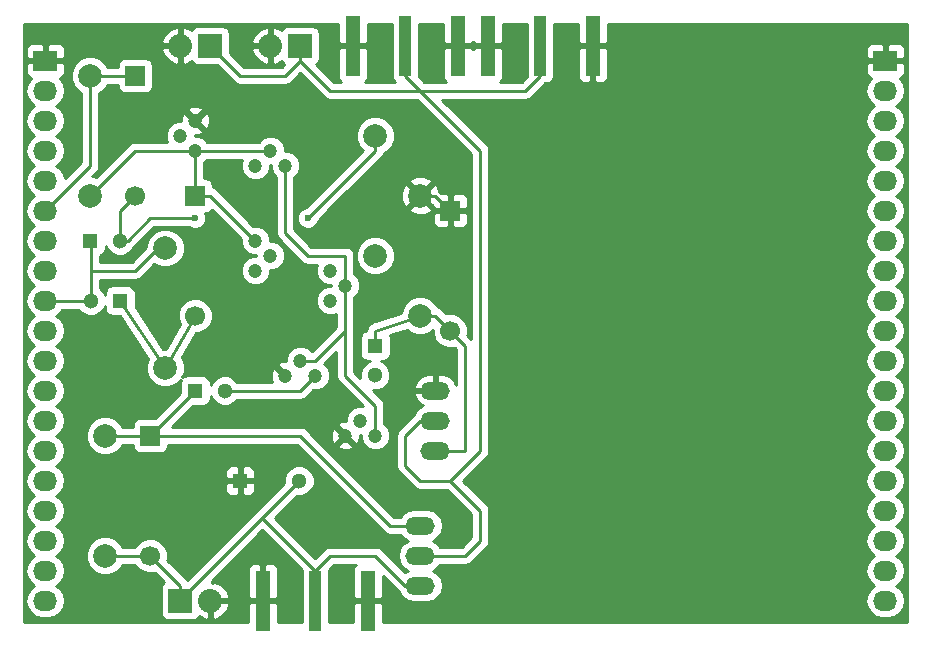
<source format=gbr>
G04 #@! TF.FileFunction,Copper,L1,Top,Signal*
%FSLAX46Y46*%
G04 Gerber Fmt 4.6, Leading zero omitted, Abs format (unit mm)*
G04 Created by KiCad (PCBNEW 4.0.3+e1-6302~38~ubuntu16.04.1-stable) date Thu Aug 25 17:19:13 2016*
%MOMM*%
%LPD*%
G01*
G04 APERTURE LIST*
%ADD10C,0.100000*%
%ADD11R,1.300000X1.300000*%
%ADD12C,1.300000*%
%ADD13C,1.699260*%
%ADD14R,1.699260X1.699260*%
%ADD15R,2.032000X2.032000*%
%ADD16O,2.032000X2.032000*%
%ADD17C,1.200000*%
%ADD18O,2.499360X1.501140*%
%ADD19C,1.998980*%
%ADD20R,1.270000X5.080000*%
%ADD21R,1.016000X5.080000*%
%ADD22R,2.032000X1.727200*%
%ADD23O,2.032000X1.727200*%
%ADD24C,0.600000*%
%ADD25C,0.250000*%
%ADD26C,0.254000*%
G04 APERTURE END LIST*
D10*
D11*
X48260000Y-101600000D03*
D12*
X45760000Y-101600000D03*
D11*
X54610000Y-109220000D03*
D12*
X57110000Y-109220000D03*
D11*
X58420000Y-116840000D03*
D12*
X63420000Y-116840000D03*
D11*
X69850000Y-105410000D03*
D12*
X69850000Y-107910000D03*
D11*
X45720000Y-96520000D03*
D12*
X48220000Y-96520000D03*
D13*
X54612540Y-102870520D03*
D14*
X54612540Y-92710520D03*
D13*
X49532540Y-92710520D03*
D14*
X49532540Y-82550520D03*
D15*
X53340000Y-127000000D03*
D16*
X55880000Y-127000000D03*
D15*
X55880000Y-80010000D03*
D16*
X53340000Y-80010000D03*
D17*
X59690000Y-99060000D03*
X60960000Y-97790000D03*
X59690000Y-96520000D03*
X54610000Y-86360000D03*
X53340000Y-87630000D03*
X54610000Y-88900000D03*
X62230000Y-90170000D03*
X60960000Y-88900000D03*
X59690000Y-90170000D03*
X69850000Y-113030000D03*
X68580000Y-111760000D03*
X67310000Y-113030000D03*
X66040000Y-101600000D03*
X67310000Y-100330000D03*
X66040000Y-99060000D03*
X64770000Y-107950000D03*
X63500000Y-106680000D03*
X62230000Y-107950000D03*
D18*
X74930000Y-111760000D03*
X74930000Y-114300000D03*
X74930000Y-109220000D03*
X73660000Y-123190000D03*
X73660000Y-120650000D03*
X73660000Y-125730000D03*
D19*
X45720000Y-82550000D03*
X45720000Y-92710000D03*
X52070000Y-107315000D03*
X52070000Y-97155000D03*
X46990000Y-113030000D03*
X46990000Y-123190000D03*
X73660000Y-92710000D03*
X73660000Y-102870000D03*
X69850000Y-87630000D03*
X69850000Y-97790000D03*
D13*
X76202540Y-104140520D03*
D14*
X76202540Y-93980520D03*
D13*
X50802540Y-123190520D03*
D14*
X50802540Y-113030520D03*
D15*
X63500000Y-80010000D03*
D16*
X60960000Y-80010000D03*
D20*
X76835000Y-80010000D03*
X67945000Y-80010000D03*
D21*
X72390000Y-80010000D03*
D20*
X60325000Y-127000000D03*
X69215000Y-127000000D03*
D21*
X64770000Y-127000000D03*
D20*
X88265000Y-80010000D03*
X79375000Y-80010000D03*
D21*
X83820000Y-80010000D03*
D22*
X113030000Y-81280000D03*
D23*
X113030000Y-83820000D03*
X113030000Y-86360000D03*
X113030000Y-88900000D03*
X113030000Y-91440000D03*
X113030000Y-93980000D03*
X113030000Y-96520000D03*
X113030000Y-99060000D03*
X113030000Y-101600000D03*
X113030000Y-104140000D03*
X113030000Y-106680000D03*
X113030000Y-109220000D03*
X113030000Y-111760000D03*
X113030000Y-114300000D03*
X113030000Y-116840000D03*
X113030000Y-119380000D03*
X113030000Y-121920000D03*
X113030000Y-124460000D03*
X113030000Y-127000000D03*
D22*
X41910000Y-81280000D03*
D23*
X41910000Y-83820000D03*
X41910000Y-86360000D03*
X41910000Y-88900000D03*
X41910000Y-91440000D03*
X41910000Y-93980000D03*
X41910000Y-96520000D03*
X41910000Y-99060000D03*
X41910000Y-101600000D03*
X41910000Y-104140000D03*
X41910000Y-106680000D03*
X41910000Y-109220000D03*
X41910000Y-111760000D03*
X41910000Y-114300000D03*
X41910000Y-116840000D03*
X41910000Y-119380000D03*
X41910000Y-121920000D03*
X41910000Y-124460000D03*
X41910000Y-127000000D03*
D24*
X64135000Y-94615000D03*
X54610000Y-94615000D03*
D25*
X52070000Y-107315000D02*
X52073060Y-107315000D01*
X52073060Y-107315000D02*
X54612540Y-102870520D01*
X48260000Y-101600000D02*
X52070000Y-107315000D01*
X53342540Y-87632540D02*
X53340000Y-87630000D01*
X41910000Y-101600000D02*
X45760000Y-101600000D01*
X45760000Y-99060000D02*
X49530000Y-99060000D01*
X52070000Y-96520000D02*
X52070000Y-97155000D01*
X49530000Y-99060000D02*
X52070000Y-96520000D01*
X45760000Y-101600000D02*
X45760000Y-99060000D01*
X45760000Y-99060000D02*
X45760000Y-96560000D01*
X45760000Y-96560000D02*
X45720000Y-96520000D01*
X50802540Y-113030520D02*
X63500520Y-113030520D01*
X71120000Y-120650000D02*
X73660000Y-120650000D01*
X63500520Y-113030520D02*
X71120000Y-120650000D01*
X50802540Y-113030520D02*
X50802540Y-113027460D01*
X50802540Y-113027460D02*
X54610000Y-109220000D01*
X46990000Y-113030000D02*
X50802020Y-113030000D01*
X50802020Y-113030000D02*
X50802540Y-113030520D01*
X69810000Y-107950000D02*
X69850000Y-107910000D01*
X57110000Y-109220000D02*
X63500000Y-109220000D01*
X63500000Y-109220000D02*
X64770000Y-107950000D01*
X73660000Y-92710000D02*
X74932020Y-92710000D01*
X74932020Y-92710000D02*
X76202540Y-93980520D01*
X73660000Y-125730000D02*
X72390000Y-125730000D01*
X66040000Y-123190000D02*
X64770000Y-124460000D01*
X69850000Y-123190000D02*
X66040000Y-123190000D01*
X72390000Y-125730000D02*
X69850000Y-123190000D01*
X64770000Y-124460000D02*
X64770000Y-127000000D01*
X64770000Y-124460000D02*
X60285000Y-119975000D01*
X53340000Y-127000000D02*
X53340000Y-126920000D01*
X53340000Y-126920000D02*
X60285000Y-119975000D01*
X60285000Y-119975000D02*
X63420000Y-116840000D01*
X50802540Y-123190520D02*
X46990520Y-123190520D01*
X46990520Y-123190520D02*
X46990000Y-123190000D01*
X53340000Y-127000000D02*
X53340000Y-125727980D01*
X53340000Y-125727980D02*
X50802540Y-123190520D01*
X76202540Y-104140520D02*
X76202540Y-104142540D01*
X76202540Y-104142540D02*
X77470000Y-105410000D01*
X77470000Y-114300000D02*
X74930000Y-114300000D01*
X77470000Y-105410000D02*
X77470000Y-114300000D01*
X73660000Y-102870000D02*
X74932020Y-102870000D01*
X74932020Y-102870000D02*
X76202540Y-104140520D01*
X69850000Y-105410000D02*
X69850000Y-104140000D01*
X69850000Y-104140000D02*
X73660000Y-102870000D01*
X69850000Y-87630000D02*
X69850000Y-88900000D01*
X69850000Y-88900000D02*
X64135000Y-94615000D01*
X48895000Y-96520000D02*
X48220000Y-96520000D01*
X50800000Y-94615000D02*
X48895000Y-96520000D01*
X54610000Y-94615000D02*
X50800000Y-94615000D01*
X48220000Y-96520000D02*
X48220000Y-94023060D01*
X48220000Y-94023060D02*
X49532540Y-92710520D01*
X54610000Y-88900000D02*
X60960000Y-88900000D01*
X45720000Y-92710000D02*
X49530000Y-88900000D01*
X49530000Y-88900000D02*
X54610000Y-88900000D01*
X54612540Y-92710520D02*
X54612540Y-88902540D01*
X54612540Y-88902540D02*
X54610000Y-88900000D01*
X54612540Y-92710520D02*
X55880520Y-92710520D01*
X55880520Y-92710520D02*
X59690000Y-96520000D01*
X41910000Y-93980000D02*
X45720000Y-90170000D01*
X45720000Y-90170000D02*
X45720000Y-82550000D01*
X45720000Y-82550000D02*
X49532020Y-82550000D01*
X49532020Y-82550000D02*
X49532540Y-82550520D01*
X76200000Y-116840000D02*
X78740000Y-114300000D01*
X78740000Y-88900000D02*
X73660000Y-83820000D01*
X78740000Y-114300000D02*
X78740000Y-88900000D01*
X74930000Y-111760000D02*
X73660000Y-111760000D01*
X77470000Y-123190000D02*
X73660000Y-123190000D01*
X78740000Y-121920000D02*
X77470000Y-123190000D01*
X78740000Y-119380000D02*
X78740000Y-121920000D01*
X76200000Y-116840000D02*
X78740000Y-119380000D01*
X73660000Y-116840000D02*
X76200000Y-116840000D01*
X72390000Y-115570000D02*
X73660000Y-116840000D01*
X72390000Y-113030000D02*
X72390000Y-115570000D01*
X73660000Y-111760000D02*
X72390000Y-113030000D01*
X73660000Y-83820000D02*
X78740000Y-83820000D01*
X82550000Y-83820000D02*
X83820000Y-82550000D01*
X78740000Y-83820000D02*
X82550000Y-83820000D01*
X83820000Y-82550000D02*
X83820000Y-80010000D01*
X66040000Y-83820000D02*
X73660000Y-83820000D01*
X63500000Y-81280000D02*
X66040000Y-83820000D01*
X72390000Y-82550000D02*
X73660000Y-83820000D01*
X63500000Y-80010000D02*
X63500000Y-81280000D01*
X55880000Y-80010000D02*
X58420000Y-82550000D01*
X62230000Y-82550000D02*
X63500000Y-81280000D01*
X58420000Y-82550000D02*
X62230000Y-82550000D01*
X72390000Y-80010000D02*
X72390000Y-82550000D01*
X83820000Y-82550000D02*
X83820000Y-80010000D01*
X72390000Y-80010000D02*
X72390000Y-81280000D01*
X55880000Y-80010000D02*
X55880000Y-80645000D01*
X62230000Y-90170000D02*
X62230000Y-95885000D01*
X67310000Y-97790000D02*
X67310000Y-100330000D01*
X64135000Y-97790000D02*
X67310000Y-97790000D01*
X62230000Y-95885000D02*
X64135000Y-97790000D01*
X69850000Y-113030000D02*
X69850000Y-110490000D01*
X67310000Y-107950000D02*
X67310000Y-104140000D01*
X69850000Y-110490000D02*
X67310000Y-107950000D01*
X63500000Y-106680000D02*
X64770000Y-106680000D01*
X67310000Y-104140000D02*
X67310000Y-100330000D01*
X64770000Y-106680000D02*
X67310000Y-104140000D01*
D26*
G36*
X66675000Y-79724250D02*
X66833750Y-79883000D01*
X67818000Y-79883000D01*
X67818000Y-79863000D01*
X68072000Y-79863000D01*
X68072000Y-79883000D01*
X69056250Y-79883000D01*
X69215000Y-79724250D01*
X69215000Y-78180000D01*
X71234560Y-78180000D01*
X71234560Y-82550000D01*
X71278838Y-82785317D01*
X71417910Y-83001441D01*
X71503614Y-83060000D01*
X68968025Y-83060000D01*
X69118327Y-82909699D01*
X69215000Y-82676310D01*
X69215000Y-80295750D01*
X69056250Y-80137000D01*
X68072000Y-80137000D01*
X68072000Y-80157000D01*
X67818000Y-80157000D01*
X67818000Y-80137000D01*
X66833750Y-80137000D01*
X66675000Y-80295750D01*
X66675000Y-82676310D01*
X66771673Y-82909699D01*
X66921975Y-83060000D01*
X66354802Y-83060000D01*
X64856366Y-81561564D01*
X64967441Y-81490090D01*
X65112431Y-81277890D01*
X65163440Y-81026000D01*
X65163440Y-78994000D01*
X65119162Y-78758683D01*
X64980090Y-78542559D01*
X64767890Y-78397569D01*
X64516000Y-78346560D01*
X62484000Y-78346560D01*
X62248683Y-78390838D01*
X62032559Y-78529910D01*
X61932144Y-78676872D01*
X61928379Y-78672812D01*
X61342946Y-78404017D01*
X61087000Y-78522633D01*
X61087000Y-79883000D01*
X61107000Y-79883000D01*
X61107000Y-80137000D01*
X61087000Y-80137000D01*
X61087000Y-81497367D01*
X61342946Y-81615983D01*
X61928379Y-81347188D01*
X61932934Y-81342276D01*
X62019910Y-81477441D01*
X62143388Y-81561810D01*
X61915198Y-81790000D01*
X58734802Y-81790000D01*
X57543440Y-80598638D01*
X57543440Y-80392944D01*
X59354025Y-80392944D01*
X59553615Y-80874818D01*
X59991621Y-81347188D01*
X60577054Y-81615983D01*
X60833000Y-81497367D01*
X60833000Y-80137000D01*
X59473164Y-80137000D01*
X59354025Y-80392944D01*
X57543440Y-80392944D01*
X57543440Y-79627056D01*
X59354025Y-79627056D01*
X59473164Y-79883000D01*
X60833000Y-79883000D01*
X60833000Y-78522633D01*
X60577054Y-78404017D01*
X59991621Y-78672812D01*
X59553615Y-79145182D01*
X59354025Y-79627056D01*
X57543440Y-79627056D01*
X57543440Y-78994000D01*
X57499162Y-78758683D01*
X57360090Y-78542559D01*
X57147890Y-78397569D01*
X56896000Y-78346560D01*
X54864000Y-78346560D01*
X54628683Y-78390838D01*
X54412559Y-78529910D01*
X54312144Y-78676872D01*
X54308379Y-78672812D01*
X53722946Y-78404017D01*
X53467000Y-78522633D01*
X53467000Y-79883000D01*
X53487000Y-79883000D01*
X53487000Y-80137000D01*
X53467000Y-80137000D01*
X53467000Y-81497367D01*
X53722946Y-81615983D01*
X54308379Y-81347188D01*
X54312934Y-81342276D01*
X54399910Y-81477441D01*
X54612110Y-81622431D01*
X54864000Y-81673440D01*
X56468638Y-81673440D01*
X57882599Y-83087401D01*
X58129160Y-83252148D01*
X58177414Y-83261746D01*
X58420000Y-83310000D01*
X62230000Y-83310000D01*
X62520839Y-83252148D01*
X62767401Y-83087401D01*
X63500000Y-82354802D01*
X65502599Y-84357401D01*
X65749160Y-84522148D01*
X65797414Y-84531746D01*
X66040000Y-84580000D01*
X73345198Y-84580000D01*
X77980000Y-89214802D01*
X77980000Y-104845198D01*
X77653175Y-104518373D01*
X77686912Y-104437127D01*
X77687428Y-103846504D01*
X77461882Y-103300643D01*
X77044614Y-102882646D01*
X76499147Y-102656148D01*
X75908524Y-102655632D01*
X75826391Y-102689569D01*
X75469421Y-102332599D01*
X75222859Y-102167852D01*
X75130837Y-102149547D01*
X75046462Y-101945345D01*
X74587073Y-101485154D01*
X73986547Y-101235794D01*
X73336306Y-101235226D01*
X72735345Y-101483538D01*
X72275154Y-101942927D01*
X72025794Y-102543453D01*
X72025733Y-102613646D01*
X69609667Y-103419001D01*
X69585943Y-103432525D01*
X69559161Y-103437852D01*
X69457878Y-103505527D01*
X69352047Y-103565855D01*
X69335304Y-103587428D01*
X69312599Y-103602599D01*
X69244921Y-103703887D01*
X69170236Y-103800118D01*
X69163024Y-103826455D01*
X69147852Y-103849161D01*
X69124085Y-103968644D01*
X69091913Y-104086125D01*
X69095328Y-104113215D01*
X69091393Y-104132996D01*
X68964683Y-104156838D01*
X68748559Y-104295910D01*
X68603569Y-104508110D01*
X68552560Y-104760000D01*
X68552560Y-106060000D01*
X68596838Y-106295317D01*
X68735910Y-106511441D01*
X68948110Y-106656431D01*
X69200000Y-106707440D01*
X69395460Y-106707440D01*
X69123057Y-106819995D01*
X68761265Y-107181155D01*
X68565223Y-107653276D01*
X68564807Y-108130005D01*
X68070000Y-107635198D01*
X68070000Y-101316356D01*
X68356371Y-101030485D01*
X68544785Y-100576734D01*
X68545214Y-100085421D01*
X68357592Y-99631343D01*
X68070000Y-99343248D01*
X68070000Y-98113694D01*
X68215226Y-98113694D01*
X68463538Y-98714655D01*
X68922927Y-99174846D01*
X69523453Y-99424206D01*
X70173694Y-99424774D01*
X70774655Y-99176462D01*
X71234846Y-98717073D01*
X71484206Y-98116547D01*
X71484774Y-97466306D01*
X71236462Y-96865345D01*
X70777073Y-96405154D01*
X70176547Y-96155794D01*
X69526306Y-96155226D01*
X68925345Y-96403538D01*
X68465154Y-96862927D01*
X68215794Y-97463453D01*
X68215226Y-98113694D01*
X68070000Y-98113694D01*
X68070000Y-97790000D01*
X68012148Y-97499161D01*
X67847401Y-97252599D01*
X67600839Y-97087852D01*
X67310000Y-97030000D01*
X64449802Y-97030000D01*
X62990000Y-95570198D01*
X62990000Y-94800167D01*
X63199838Y-94800167D01*
X63341883Y-95143943D01*
X63604673Y-95407192D01*
X63948201Y-95549838D01*
X64320167Y-95550162D01*
X64663943Y-95408117D01*
X64927192Y-95145327D01*
X65069838Y-94801799D01*
X65069879Y-94754923D01*
X65962639Y-93862163D01*
X72687443Y-93862163D01*
X72786042Y-94128965D01*
X73395582Y-94355401D01*
X74045377Y-94331341D01*
X74202472Y-94266270D01*
X74717910Y-94266270D01*
X74717910Y-94956459D01*
X74814583Y-95189848D01*
X74993211Y-95368477D01*
X75226600Y-95465150D01*
X75916790Y-95465150D01*
X76075540Y-95306400D01*
X76075540Y-94107520D01*
X76329540Y-94107520D01*
X76329540Y-95306400D01*
X76488290Y-95465150D01*
X77178480Y-95465150D01*
X77411869Y-95368477D01*
X77590497Y-95189848D01*
X77687170Y-94956459D01*
X77687170Y-94266270D01*
X77528420Y-94107520D01*
X76329540Y-94107520D01*
X76075540Y-94107520D01*
X74876660Y-94107520D01*
X74717910Y-94266270D01*
X74202472Y-94266270D01*
X74533958Y-94128965D01*
X74632557Y-93862163D01*
X73660000Y-92889605D01*
X72687443Y-93862163D01*
X65962639Y-93862163D01*
X67379220Y-92445582D01*
X72014599Y-92445582D01*
X72038659Y-93095377D01*
X72241035Y-93583958D01*
X72507837Y-93682557D01*
X73480395Y-92710000D01*
X73839605Y-92710000D01*
X74717910Y-93588304D01*
X74717910Y-93694770D01*
X74876660Y-93853520D01*
X76075540Y-93853520D01*
X76075540Y-92654640D01*
X76329540Y-92654640D01*
X76329540Y-93853520D01*
X77528420Y-93853520D01*
X77687170Y-93694770D01*
X77687170Y-93004581D01*
X77590497Y-92771192D01*
X77411869Y-92592563D01*
X77178480Y-92495890D01*
X76488290Y-92495890D01*
X76329540Y-92654640D01*
X76075540Y-92654640D01*
X75916790Y-92495890D01*
X75287683Y-92495890D01*
X75281341Y-92324623D01*
X75078965Y-91836042D01*
X74812163Y-91737443D01*
X73839605Y-92710000D01*
X73480395Y-92710000D01*
X72507837Y-91737443D01*
X72241035Y-91836042D01*
X72014599Y-92445582D01*
X67379220Y-92445582D01*
X68266965Y-91557837D01*
X72687443Y-91557837D01*
X73660000Y-92530395D01*
X74632557Y-91557837D01*
X74533958Y-91291035D01*
X73924418Y-91064599D01*
X73274623Y-91088659D01*
X72786042Y-91291035D01*
X72687443Y-91557837D01*
X68266965Y-91557837D01*
X70387402Y-89437401D01*
X70552148Y-89190839D01*
X70570015Y-89101018D01*
X70774655Y-89016462D01*
X71234846Y-88557073D01*
X71484206Y-87956547D01*
X71484774Y-87306306D01*
X71236462Y-86705345D01*
X70777073Y-86245154D01*
X70176547Y-85995794D01*
X69526306Y-85995226D01*
X68925345Y-86243538D01*
X68465154Y-86702927D01*
X68215794Y-87303453D01*
X68215226Y-87953694D01*
X68463538Y-88554655D01*
X68791754Y-88883444D01*
X63995320Y-93679878D01*
X63949833Y-93679838D01*
X63606057Y-93821883D01*
X63342808Y-94084673D01*
X63200162Y-94428201D01*
X63199838Y-94800167D01*
X62990000Y-94800167D01*
X62990000Y-91156356D01*
X63276371Y-90870485D01*
X63464785Y-90416734D01*
X63465214Y-89925421D01*
X63277592Y-89471343D01*
X62930485Y-89123629D01*
X62476734Y-88935215D01*
X62194970Y-88934969D01*
X62195214Y-88655421D01*
X62007592Y-88201343D01*
X61660485Y-87853629D01*
X61206734Y-87665215D01*
X60715421Y-87664786D01*
X60261343Y-87852408D01*
X59973248Y-88140000D01*
X55596356Y-88140000D01*
X55310485Y-87853629D01*
X54856734Y-87665215D01*
X54574970Y-87664969D01*
X54575027Y-87599521D01*
X54931413Y-87577482D01*
X55243617Y-87448164D01*
X55293130Y-87222735D01*
X54610000Y-86539605D01*
X54595858Y-86553748D01*
X54416253Y-86374143D01*
X54430395Y-86360000D01*
X54789605Y-86360000D01*
X55472735Y-87043130D01*
X55698164Y-86993617D01*
X55857807Y-86528964D01*
X55827482Y-86038587D01*
X55698164Y-85726383D01*
X55472735Y-85676870D01*
X54789605Y-86360000D01*
X54430395Y-86360000D01*
X53747265Y-85676870D01*
X53521836Y-85726383D01*
X53362193Y-86191036D01*
X53374808Y-86395030D01*
X53095421Y-86394786D01*
X52641343Y-86582408D01*
X52293629Y-86929515D01*
X52105215Y-87383266D01*
X52104786Y-87874579D01*
X52214456Y-88140000D01*
X49530000Y-88140000D01*
X49239161Y-88197852D01*
X48992599Y-88362599D01*
X46211083Y-91144115D01*
X46046547Y-91075794D01*
X45889145Y-91075657D01*
X46257401Y-90707401D01*
X46422148Y-90460839D01*
X46480000Y-90170000D01*
X46480000Y-85497265D01*
X53926870Y-85497265D01*
X54610000Y-86180395D01*
X55293130Y-85497265D01*
X55243617Y-85271836D01*
X54778964Y-85112193D01*
X54288587Y-85142518D01*
X53976383Y-85271836D01*
X53926870Y-85497265D01*
X46480000Y-85497265D01*
X46480000Y-84004496D01*
X46644655Y-83936462D01*
X47104846Y-83477073D01*
X47174221Y-83310000D01*
X48035470Y-83310000D01*
X48035470Y-83400150D01*
X48079748Y-83635467D01*
X48218820Y-83851591D01*
X48431020Y-83996581D01*
X48682910Y-84047590D01*
X50382170Y-84047590D01*
X50617487Y-84003312D01*
X50833611Y-83864240D01*
X50978601Y-83652040D01*
X51029610Y-83400150D01*
X51029610Y-81700890D01*
X50985332Y-81465573D01*
X50846260Y-81249449D01*
X50634060Y-81104459D01*
X50382170Y-81053450D01*
X48682910Y-81053450D01*
X48447593Y-81097728D01*
X48231469Y-81236800D01*
X48086479Y-81449000D01*
X48035470Y-81700890D01*
X48035470Y-81790000D01*
X47174496Y-81790000D01*
X47106462Y-81625345D01*
X46647073Y-81165154D01*
X46046547Y-80915794D01*
X45396306Y-80915226D01*
X44795345Y-81163538D01*
X44335154Y-81622927D01*
X44085794Y-82223453D01*
X44085226Y-82873694D01*
X44333538Y-83474655D01*
X44792927Y-83934846D01*
X44960000Y-84004221D01*
X44960000Y-89855198D01*
X43557152Y-91258046D01*
X43479271Y-90866511D01*
X43154415Y-90380330D01*
X42839634Y-90170000D01*
X43154415Y-89959670D01*
X43479271Y-89473489D01*
X43593345Y-88900000D01*
X43479271Y-88326511D01*
X43154415Y-87840330D01*
X42839634Y-87630000D01*
X43154415Y-87419670D01*
X43479271Y-86933489D01*
X43593345Y-86360000D01*
X43479271Y-85786511D01*
X43154415Y-85300330D01*
X42839634Y-85090000D01*
X43154415Y-84879670D01*
X43479271Y-84393489D01*
X43593345Y-83820000D01*
X43479271Y-83246511D01*
X43154415Y-82760330D01*
X43132220Y-82745500D01*
X43285699Y-82681927D01*
X43464327Y-82503298D01*
X43561000Y-82269909D01*
X43561000Y-81565750D01*
X43402250Y-81407000D01*
X42037000Y-81407000D01*
X42037000Y-81427000D01*
X41783000Y-81427000D01*
X41783000Y-81407000D01*
X40417750Y-81407000D01*
X40259000Y-81565750D01*
X40259000Y-82269909D01*
X40355673Y-82503298D01*
X40534301Y-82681927D01*
X40687780Y-82745500D01*
X40665585Y-82760330D01*
X40340729Y-83246511D01*
X40226655Y-83820000D01*
X40340729Y-84393489D01*
X40665585Y-84879670D01*
X40980366Y-85090000D01*
X40665585Y-85300330D01*
X40340729Y-85786511D01*
X40226655Y-86360000D01*
X40340729Y-86933489D01*
X40665585Y-87419670D01*
X40980366Y-87630000D01*
X40665585Y-87840330D01*
X40340729Y-88326511D01*
X40226655Y-88900000D01*
X40340729Y-89473489D01*
X40665585Y-89959670D01*
X40980366Y-90170000D01*
X40665585Y-90380330D01*
X40340729Y-90866511D01*
X40226655Y-91440000D01*
X40340729Y-92013489D01*
X40665585Y-92499670D01*
X40980366Y-92710000D01*
X40665585Y-92920330D01*
X40340729Y-93406511D01*
X40226655Y-93980000D01*
X40340729Y-94553489D01*
X40665585Y-95039670D01*
X40980366Y-95250000D01*
X40665585Y-95460330D01*
X40340729Y-95946511D01*
X40226655Y-96520000D01*
X40340729Y-97093489D01*
X40665585Y-97579670D01*
X40980366Y-97790000D01*
X40665585Y-98000330D01*
X40340729Y-98486511D01*
X40226655Y-99060000D01*
X40340729Y-99633489D01*
X40665585Y-100119670D01*
X40980366Y-100330000D01*
X40665585Y-100540330D01*
X40340729Y-101026511D01*
X40226655Y-101600000D01*
X40340729Y-102173489D01*
X40665585Y-102659670D01*
X40980366Y-102870000D01*
X40665585Y-103080330D01*
X40340729Y-103566511D01*
X40226655Y-104140000D01*
X40340729Y-104713489D01*
X40665585Y-105199670D01*
X40980366Y-105410000D01*
X40665585Y-105620330D01*
X40340729Y-106106511D01*
X40226655Y-106680000D01*
X40340729Y-107253489D01*
X40665585Y-107739670D01*
X40980366Y-107950000D01*
X40665585Y-108160330D01*
X40340729Y-108646511D01*
X40226655Y-109220000D01*
X40340729Y-109793489D01*
X40665585Y-110279670D01*
X40980366Y-110490000D01*
X40665585Y-110700330D01*
X40340729Y-111186511D01*
X40226655Y-111760000D01*
X40340729Y-112333489D01*
X40665585Y-112819670D01*
X40980366Y-113030000D01*
X40665585Y-113240330D01*
X40340729Y-113726511D01*
X40226655Y-114300000D01*
X40340729Y-114873489D01*
X40665585Y-115359670D01*
X40980366Y-115570000D01*
X40665585Y-115780330D01*
X40340729Y-116266511D01*
X40226655Y-116840000D01*
X40340729Y-117413489D01*
X40665585Y-117899670D01*
X40980366Y-118110000D01*
X40665585Y-118320330D01*
X40340729Y-118806511D01*
X40226655Y-119380000D01*
X40340729Y-119953489D01*
X40665585Y-120439670D01*
X40980366Y-120650000D01*
X40665585Y-120860330D01*
X40340729Y-121346511D01*
X40226655Y-121920000D01*
X40340729Y-122493489D01*
X40665585Y-122979670D01*
X40980366Y-123190000D01*
X40665585Y-123400330D01*
X40340729Y-123886511D01*
X40226655Y-124460000D01*
X40340729Y-125033489D01*
X40665585Y-125519670D01*
X40980366Y-125730000D01*
X40665585Y-125940330D01*
X40340729Y-126426511D01*
X40226655Y-127000000D01*
X40340729Y-127573489D01*
X40665585Y-128059670D01*
X41151766Y-128384526D01*
X41725255Y-128498600D01*
X42094745Y-128498600D01*
X42668234Y-128384526D01*
X43154415Y-128059670D01*
X43479271Y-127573489D01*
X43593345Y-127000000D01*
X43479271Y-126426511D01*
X43154415Y-125940330D01*
X42839634Y-125730000D01*
X43154415Y-125519670D01*
X43479271Y-125033489D01*
X43593345Y-124460000D01*
X43479271Y-123886511D01*
X43154415Y-123400330D01*
X42839634Y-123190000D01*
X43154415Y-122979670D01*
X43479271Y-122493489D01*
X43593345Y-121920000D01*
X43479271Y-121346511D01*
X43154415Y-120860330D01*
X42839634Y-120650000D01*
X43154415Y-120439670D01*
X43479271Y-119953489D01*
X43593345Y-119380000D01*
X43479271Y-118806511D01*
X43154415Y-118320330D01*
X42839634Y-118110000D01*
X43154415Y-117899670D01*
X43479271Y-117413489D01*
X43536505Y-117125750D01*
X57135000Y-117125750D01*
X57135000Y-117616310D01*
X57231673Y-117849699D01*
X57410302Y-118028327D01*
X57643691Y-118125000D01*
X58134250Y-118125000D01*
X58293000Y-117966250D01*
X58293000Y-116967000D01*
X58547000Y-116967000D01*
X58547000Y-117966250D01*
X58705750Y-118125000D01*
X59196309Y-118125000D01*
X59429698Y-118028327D01*
X59608327Y-117849699D01*
X59705000Y-117616310D01*
X59705000Y-117125750D01*
X59546250Y-116967000D01*
X58547000Y-116967000D01*
X58293000Y-116967000D01*
X57293750Y-116967000D01*
X57135000Y-117125750D01*
X43536505Y-117125750D01*
X43593345Y-116840000D01*
X43479271Y-116266511D01*
X43343751Y-116063690D01*
X57135000Y-116063690D01*
X57135000Y-116554250D01*
X57293750Y-116713000D01*
X58293000Y-116713000D01*
X58293000Y-115713750D01*
X58547000Y-115713750D01*
X58547000Y-116713000D01*
X59546250Y-116713000D01*
X59705000Y-116554250D01*
X59705000Y-116063690D01*
X59608327Y-115830301D01*
X59429698Y-115651673D01*
X59196309Y-115555000D01*
X58705750Y-115555000D01*
X58547000Y-115713750D01*
X58293000Y-115713750D01*
X58134250Y-115555000D01*
X57643691Y-115555000D01*
X57410302Y-115651673D01*
X57231673Y-115830301D01*
X57135000Y-116063690D01*
X43343751Y-116063690D01*
X43154415Y-115780330D01*
X42839634Y-115570000D01*
X43154415Y-115359670D01*
X43479271Y-114873489D01*
X43593345Y-114300000D01*
X43479271Y-113726511D01*
X43154415Y-113240330D01*
X42839634Y-113030000D01*
X43154415Y-112819670D01*
X43479271Y-112333489D01*
X43593345Y-111760000D01*
X43479271Y-111186511D01*
X43154415Y-110700330D01*
X42839634Y-110490000D01*
X43154415Y-110279670D01*
X43479271Y-109793489D01*
X43593345Y-109220000D01*
X43479271Y-108646511D01*
X43154415Y-108160330D01*
X42839634Y-107950000D01*
X43154415Y-107739670D01*
X43479271Y-107253489D01*
X43593345Y-106680000D01*
X43479271Y-106106511D01*
X43154415Y-105620330D01*
X42839634Y-105410000D01*
X43154415Y-105199670D01*
X43479271Y-104713489D01*
X43593345Y-104140000D01*
X43479271Y-103566511D01*
X43154415Y-103080330D01*
X42839634Y-102870000D01*
X43154415Y-102659670D01*
X43354648Y-102360000D01*
X44702994Y-102360000D01*
X45031155Y-102688735D01*
X45503276Y-102884777D01*
X46014481Y-102885223D01*
X46486943Y-102690005D01*
X46848735Y-102328845D01*
X46962560Y-102054724D01*
X46962560Y-102250000D01*
X47006838Y-102485317D01*
X47145910Y-102701441D01*
X47358110Y-102846431D01*
X47610000Y-102897440D01*
X48211554Y-102897440D01*
X50628885Y-106523437D01*
X50435794Y-106988453D01*
X50435226Y-107638694D01*
X50683538Y-108239655D01*
X51142927Y-108699846D01*
X51743453Y-108949206D01*
X52393694Y-108949774D01*
X52994655Y-108701462D01*
X53359741Y-108337012D01*
X53312560Y-108570000D01*
X53312560Y-109442638D01*
X51221748Y-111533450D01*
X49952910Y-111533450D01*
X49717593Y-111577728D01*
X49501469Y-111716800D01*
X49356479Y-111929000D01*
X49305470Y-112180890D01*
X49305470Y-112270000D01*
X48444496Y-112270000D01*
X48376462Y-112105345D01*
X47917073Y-111645154D01*
X47316547Y-111395794D01*
X46666306Y-111395226D01*
X46065345Y-111643538D01*
X45605154Y-112102927D01*
X45355794Y-112703453D01*
X45355226Y-113353694D01*
X45603538Y-113954655D01*
X46062927Y-114414846D01*
X46663453Y-114664206D01*
X47313694Y-114664774D01*
X47914655Y-114416462D01*
X48374846Y-113957073D01*
X48444221Y-113790000D01*
X49305470Y-113790000D01*
X49305470Y-113880150D01*
X49349748Y-114115467D01*
X49488820Y-114331591D01*
X49701020Y-114476581D01*
X49952910Y-114527590D01*
X51652170Y-114527590D01*
X51887487Y-114483312D01*
X52103611Y-114344240D01*
X52248601Y-114132040D01*
X52299610Y-113880150D01*
X52299610Y-113790520D01*
X63185718Y-113790520D01*
X70582599Y-121187401D01*
X70829161Y-121352148D01*
X71120000Y-121410000D01*
X71997391Y-121410000D01*
X72144221Y-121629746D01*
X72578616Y-121920000D01*
X72144221Y-122210254D01*
X71843867Y-122659765D01*
X71738397Y-123190000D01*
X71843867Y-123720235D01*
X72144221Y-124169746D01*
X72578616Y-124460000D01*
X72348537Y-124613735D01*
X70387401Y-122652599D01*
X70140839Y-122487852D01*
X69850000Y-122430000D01*
X66040000Y-122430000D01*
X65749160Y-122487852D01*
X65502599Y-122652599D01*
X64770000Y-123385198D01*
X61359802Y-119975000D01*
X63209984Y-118124818D01*
X63674481Y-118125223D01*
X64146943Y-117930005D01*
X64508735Y-117568845D01*
X64704777Y-117096724D01*
X64705223Y-116585519D01*
X64510005Y-116113057D01*
X64148845Y-115751265D01*
X63676724Y-115555223D01*
X63165519Y-115554777D01*
X62693057Y-115749995D01*
X62331265Y-116111155D01*
X62135223Y-116583276D01*
X62134815Y-117050383D01*
X53924352Y-125260846D01*
X53877401Y-125190579D01*
X52253768Y-123566946D01*
X52286912Y-123487127D01*
X52287428Y-122896504D01*
X52061882Y-122350643D01*
X51644614Y-121932646D01*
X51099147Y-121706148D01*
X50508524Y-121705632D01*
X49962663Y-121931178D01*
X49544666Y-122348446D01*
X49510586Y-122430520D01*
X48444711Y-122430520D01*
X48376462Y-122265345D01*
X47917073Y-121805154D01*
X47316547Y-121555794D01*
X46666306Y-121555226D01*
X46065345Y-121803538D01*
X45605154Y-122262927D01*
X45355794Y-122863453D01*
X45355226Y-123513694D01*
X45603538Y-124114655D01*
X46062927Y-124574846D01*
X46663453Y-124824206D01*
X47313694Y-124824774D01*
X47914655Y-124576462D01*
X48374846Y-124117073D01*
X48444005Y-123950520D01*
X49510193Y-123950520D01*
X49543198Y-124030397D01*
X49960466Y-124448394D01*
X50505933Y-124674892D01*
X51096556Y-124675408D01*
X51178689Y-124641471D01*
X51984863Y-125447645D01*
X51872559Y-125519910D01*
X51727569Y-125732110D01*
X51676560Y-125984000D01*
X51676560Y-128016000D01*
X51720838Y-128251317D01*
X51859910Y-128467441D01*
X52072110Y-128612431D01*
X52324000Y-128663440D01*
X54356000Y-128663440D01*
X54591317Y-128619162D01*
X54807441Y-128480090D01*
X54907856Y-128333128D01*
X54911621Y-128337188D01*
X55497054Y-128605983D01*
X55753000Y-128487367D01*
X55753000Y-127127000D01*
X56007000Y-127127000D01*
X56007000Y-128487367D01*
X56262946Y-128605983D01*
X56848379Y-128337188D01*
X57286385Y-127864818D01*
X57485975Y-127382944D01*
X57366836Y-127127000D01*
X56007000Y-127127000D01*
X55753000Y-127127000D01*
X55733000Y-127127000D01*
X55733000Y-126873000D01*
X55753000Y-126873000D01*
X55753000Y-126853000D01*
X56007000Y-126853000D01*
X56007000Y-126873000D01*
X57366836Y-126873000D01*
X57485975Y-126617056D01*
X57286385Y-126135182D01*
X56848379Y-125662812D01*
X56262946Y-125394017D01*
X56007002Y-125512632D01*
X56007002Y-125349000D01*
X55985802Y-125349000D01*
X57001112Y-124333690D01*
X59055000Y-124333690D01*
X59055000Y-126714250D01*
X59213750Y-126873000D01*
X60198000Y-126873000D01*
X60198000Y-123983750D01*
X60452000Y-123983750D01*
X60452000Y-126873000D01*
X61436250Y-126873000D01*
X61595000Y-126714250D01*
X61595000Y-124333690D01*
X61498327Y-124100301D01*
X61319698Y-123921673D01*
X61086309Y-123825000D01*
X60610750Y-123825000D01*
X60452000Y-123983750D01*
X60198000Y-123983750D01*
X60039250Y-123825000D01*
X59563691Y-123825000D01*
X59330302Y-123921673D01*
X59151673Y-124100301D01*
X59055000Y-124333690D01*
X57001112Y-124333690D01*
X60285000Y-121049802D01*
X63628140Y-124392942D01*
X63614560Y-124460000D01*
X63614560Y-128830000D01*
X61595000Y-128830000D01*
X61595000Y-127285750D01*
X61436250Y-127127000D01*
X60452000Y-127127000D01*
X60452000Y-127147000D01*
X60198000Y-127147000D01*
X60198000Y-127127000D01*
X59213750Y-127127000D01*
X59055000Y-127285750D01*
X59055000Y-128830000D01*
X40080000Y-128830000D01*
X40080000Y-80290091D01*
X40259000Y-80290091D01*
X40259000Y-80994250D01*
X40417750Y-81153000D01*
X41783000Y-81153000D01*
X41783000Y-79940150D01*
X42037000Y-79940150D01*
X42037000Y-81153000D01*
X43402250Y-81153000D01*
X43561000Y-80994250D01*
X43561000Y-80392944D01*
X51734025Y-80392944D01*
X51933615Y-80874818D01*
X52371621Y-81347188D01*
X52957054Y-81615983D01*
X53213000Y-81497367D01*
X53213000Y-80137000D01*
X51853164Y-80137000D01*
X51734025Y-80392944D01*
X43561000Y-80392944D01*
X43561000Y-80290091D01*
X43464327Y-80056702D01*
X43285699Y-79878073D01*
X43052310Y-79781400D01*
X42195750Y-79781400D01*
X42037000Y-79940150D01*
X41783000Y-79940150D01*
X41624250Y-79781400D01*
X40767690Y-79781400D01*
X40534301Y-79878073D01*
X40355673Y-80056702D01*
X40259000Y-80290091D01*
X40080000Y-80290091D01*
X40080000Y-79627056D01*
X51734025Y-79627056D01*
X51853164Y-79883000D01*
X53213000Y-79883000D01*
X53213000Y-78522633D01*
X52957054Y-78404017D01*
X52371621Y-78672812D01*
X51933615Y-79145182D01*
X51734025Y-79627056D01*
X40080000Y-79627056D01*
X40080000Y-78180000D01*
X66675000Y-78180000D01*
X66675000Y-79724250D01*
X66675000Y-79724250D01*
G37*
X66675000Y-79724250D02*
X66833750Y-79883000D01*
X67818000Y-79883000D01*
X67818000Y-79863000D01*
X68072000Y-79863000D01*
X68072000Y-79883000D01*
X69056250Y-79883000D01*
X69215000Y-79724250D01*
X69215000Y-78180000D01*
X71234560Y-78180000D01*
X71234560Y-82550000D01*
X71278838Y-82785317D01*
X71417910Y-83001441D01*
X71503614Y-83060000D01*
X68968025Y-83060000D01*
X69118327Y-82909699D01*
X69215000Y-82676310D01*
X69215000Y-80295750D01*
X69056250Y-80137000D01*
X68072000Y-80137000D01*
X68072000Y-80157000D01*
X67818000Y-80157000D01*
X67818000Y-80137000D01*
X66833750Y-80137000D01*
X66675000Y-80295750D01*
X66675000Y-82676310D01*
X66771673Y-82909699D01*
X66921975Y-83060000D01*
X66354802Y-83060000D01*
X64856366Y-81561564D01*
X64967441Y-81490090D01*
X65112431Y-81277890D01*
X65163440Y-81026000D01*
X65163440Y-78994000D01*
X65119162Y-78758683D01*
X64980090Y-78542559D01*
X64767890Y-78397569D01*
X64516000Y-78346560D01*
X62484000Y-78346560D01*
X62248683Y-78390838D01*
X62032559Y-78529910D01*
X61932144Y-78676872D01*
X61928379Y-78672812D01*
X61342946Y-78404017D01*
X61087000Y-78522633D01*
X61087000Y-79883000D01*
X61107000Y-79883000D01*
X61107000Y-80137000D01*
X61087000Y-80137000D01*
X61087000Y-81497367D01*
X61342946Y-81615983D01*
X61928379Y-81347188D01*
X61932934Y-81342276D01*
X62019910Y-81477441D01*
X62143388Y-81561810D01*
X61915198Y-81790000D01*
X58734802Y-81790000D01*
X57543440Y-80598638D01*
X57543440Y-80392944D01*
X59354025Y-80392944D01*
X59553615Y-80874818D01*
X59991621Y-81347188D01*
X60577054Y-81615983D01*
X60833000Y-81497367D01*
X60833000Y-80137000D01*
X59473164Y-80137000D01*
X59354025Y-80392944D01*
X57543440Y-80392944D01*
X57543440Y-79627056D01*
X59354025Y-79627056D01*
X59473164Y-79883000D01*
X60833000Y-79883000D01*
X60833000Y-78522633D01*
X60577054Y-78404017D01*
X59991621Y-78672812D01*
X59553615Y-79145182D01*
X59354025Y-79627056D01*
X57543440Y-79627056D01*
X57543440Y-78994000D01*
X57499162Y-78758683D01*
X57360090Y-78542559D01*
X57147890Y-78397569D01*
X56896000Y-78346560D01*
X54864000Y-78346560D01*
X54628683Y-78390838D01*
X54412559Y-78529910D01*
X54312144Y-78676872D01*
X54308379Y-78672812D01*
X53722946Y-78404017D01*
X53467000Y-78522633D01*
X53467000Y-79883000D01*
X53487000Y-79883000D01*
X53487000Y-80137000D01*
X53467000Y-80137000D01*
X53467000Y-81497367D01*
X53722946Y-81615983D01*
X54308379Y-81347188D01*
X54312934Y-81342276D01*
X54399910Y-81477441D01*
X54612110Y-81622431D01*
X54864000Y-81673440D01*
X56468638Y-81673440D01*
X57882599Y-83087401D01*
X58129160Y-83252148D01*
X58177414Y-83261746D01*
X58420000Y-83310000D01*
X62230000Y-83310000D01*
X62520839Y-83252148D01*
X62767401Y-83087401D01*
X63500000Y-82354802D01*
X65502599Y-84357401D01*
X65749160Y-84522148D01*
X65797414Y-84531746D01*
X66040000Y-84580000D01*
X73345198Y-84580000D01*
X77980000Y-89214802D01*
X77980000Y-104845198D01*
X77653175Y-104518373D01*
X77686912Y-104437127D01*
X77687428Y-103846504D01*
X77461882Y-103300643D01*
X77044614Y-102882646D01*
X76499147Y-102656148D01*
X75908524Y-102655632D01*
X75826391Y-102689569D01*
X75469421Y-102332599D01*
X75222859Y-102167852D01*
X75130837Y-102149547D01*
X75046462Y-101945345D01*
X74587073Y-101485154D01*
X73986547Y-101235794D01*
X73336306Y-101235226D01*
X72735345Y-101483538D01*
X72275154Y-101942927D01*
X72025794Y-102543453D01*
X72025733Y-102613646D01*
X69609667Y-103419001D01*
X69585943Y-103432525D01*
X69559161Y-103437852D01*
X69457878Y-103505527D01*
X69352047Y-103565855D01*
X69335304Y-103587428D01*
X69312599Y-103602599D01*
X69244921Y-103703887D01*
X69170236Y-103800118D01*
X69163024Y-103826455D01*
X69147852Y-103849161D01*
X69124085Y-103968644D01*
X69091913Y-104086125D01*
X69095328Y-104113215D01*
X69091393Y-104132996D01*
X68964683Y-104156838D01*
X68748559Y-104295910D01*
X68603569Y-104508110D01*
X68552560Y-104760000D01*
X68552560Y-106060000D01*
X68596838Y-106295317D01*
X68735910Y-106511441D01*
X68948110Y-106656431D01*
X69200000Y-106707440D01*
X69395460Y-106707440D01*
X69123057Y-106819995D01*
X68761265Y-107181155D01*
X68565223Y-107653276D01*
X68564807Y-108130005D01*
X68070000Y-107635198D01*
X68070000Y-101316356D01*
X68356371Y-101030485D01*
X68544785Y-100576734D01*
X68545214Y-100085421D01*
X68357592Y-99631343D01*
X68070000Y-99343248D01*
X68070000Y-98113694D01*
X68215226Y-98113694D01*
X68463538Y-98714655D01*
X68922927Y-99174846D01*
X69523453Y-99424206D01*
X70173694Y-99424774D01*
X70774655Y-99176462D01*
X71234846Y-98717073D01*
X71484206Y-98116547D01*
X71484774Y-97466306D01*
X71236462Y-96865345D01*
X70777073Y-96405154D01*
X70176547Y-96155794D01*
X69526306Y-96155226D01*
X68925345Y-96403538D01*
X68465154Y-96862927D01*
X68215794Y-97463453D01*
X68215226Y-98113694D01*
X68070000Y-98113694D01*
X68070000Y-97790000D01*
X68012148Y-97499161D01*
X67847401Y-97252599D01*
X67600839Y-97087852D01*
X67310000Y-97030000D01*
X64449802Y-97030000D01*
X62990000Y-95570198D01*
X62990000Y-94800167D01*
X63199838Y-94800167D01*
X63341883Y-95143943D01*
X63604673Y-95407192D01*
X63948201Y-95549838D01*
X64320167Y-95550162D01*
X64663943Y-95408117D01*
X64927192Y-95145327D01*
X65069838Y-94801799D01*
X65069879Y-94754923D01*
X65962639Y-93862163D01*
X72687443Y-93862163D01*
X72786042Y-94128965D01*
X73395582Y-94355401D01*
X74045377Y-94331341D01*
X74202472Y-94266270D01*
X74717910Y-94266270D01*
X74717910Y-94956459D01*
X74814583Y-95189848D01*
X74993211Y-95368477D01*
X75226600Y-95465150D01*
X75916790Y-95465150D01*
X76075540Y-95306400D01*
X76075540Y-94107520D01*
X76329540Y-94107520D01*
X76329540Y-95306400D01*
X76488290Y-95465150D01*
X77178480Y-95465150D01*
X77411869Y-95368477D01*
X77590497Y-95189848D01*
X77687170Y-94956459D01*
X77687170Y-94266270D01*
X77528420Y-94107520D01*
X76329540Y-94107520D01*
X76075540Y-94107520D01*
X74876660Y-94107520D01*
X74717910Y-94266270D01*
X74202472Y-94266270D01*
X74533958Y-94128965D01*
X74632557Y-93862163D01*
X73660000Y-92889605D01*
X72687443Y-93862163D01*
X65962639Y-93862163D01*
X67379220Y-92445582D01*
X72014599Y-92445582D01*
X72038659Y-93095377D01*
X72241035Y-93583958D01*
X72507837Y-93682557D01*
X73480395Y-92710000D01*
X73839605Y-92710000D01*
X74717910Y-93588304D01*
X74717910Y-93694770D01*
X74876660Y-93853520D01*
X76075540Y-93853520D01*
X76075540Y-92654640D01*
X76329540Y-92654640D01*
X76329540Y-93853520D01*
X77528420Y-93853520D01*
X77687170Y-93694770D01*
X77687170Y-93004581D01*
X77590497Y-92771192D01*
X77411869Y-92592563D01*
X77178480Y-92495890D01*
X76488290Y-92495890D01*
X76329540Y-92654640D01*
X76075540Y-92654640D01*
X75916790Y-92495890D01*
X75287683Y-92495890D01*
X75281341Y-92324623D01*
X75078965Y-91836042D01*
X74812163Y-91737443D01*
X73839605Y-92710000D01*
X73480395Y-92710000D01*
X72507837Y-91737443D01*
X72241035Y-91836042D01*
X72014599Y-92445582D01*
X67379220Y-92445582D01*
X68266965Y-91557837D01*
X72687443Y-91557837D01*
X73660000Y-92530395D01*
X74632557Y-91557837D01*
X74533958Y-91291035D01*
X73924418Y-91064599D01*
X73274623Y-91088659D01*
X72786042Y-91291035D01*
X72687443Y-91557837D01*
X68266965Y-91557837D01*
X70387402Y-89437401D01*
X70552148Y-89190839D01*
X70570015Y-89101018D01*
X70774655Y-89016462D01*
X71234846Y-88557073D01*
X71484206Y-87956547D01*
X71484774Y-87306306D01*
X71236462Y-86705345D01*
X70777073Y-86245154D01*
X70176547Y-85995794D01*
X69526306Y-85995226D01*
X68925345Y-86243538D01*
X68465154Y-86702927D01*
X68215794Y-87303453D01*
X68215226Y-87953694D01*
X68463538Y-88554655D01*
X68791754Y-88883444D01*
X63995320Y-93679878D01*
X63949833Y-93679838D01*
X63606057Y-93821883D01*
X63342808Y-94084673D01*
X63200162Y-94428201D01*
X63199838Y-94800167D01*
X62990000Y-94800167D01*
X62990000Y-91156356D01*
X63276371Y-90870485D01*
X63464785Y-90416734D01*
X63465214Y-89925421D01*
X63277592Y-89471343D01*
X62930485Y-89123629D01*
X62476734Y-88935215D01*
X62194970Y-88934969D01*
X62195214Y-88655421D01*
X62007592Y-88201343D01*
X61660485Y-87853629D01*
X61206734Y-87665215D01*
X60715421Y-87664786D01*
X60261343Y-87852408D01*
X59973248Y-88140000D01*
X55596356Y-88140000D01*
X55310485Y-87853629D01*
X54856734Y-87665215D01*
X54574970Y-87664969D01*
X54575027Y-87599521D01*
X54931413Y-87577482D01*
X55243617Y-87448164D01*
X55293130Y-87222735D01*
X54610000Y-86539605D01*
X54595858Y-86553748D01*
X54416253Y-86374143D01*
X54430395Y-86360000D01*
X54789605Y-86360000D01*
X55472735Y-87043130D01*
X55698164Y-86993617D01*
X55857807Y-86528964D01*
X55827482Y-86038587D01*
X55698164Y-85726383D01*
X55472735Y-85676870D01*
X54789605Y-86360000D01*
X54430395Y-86360000D01*
X53747265Y-85676870D01*
X53521836Y-85726383D01*
X53362193Y-86191036D01*
X53374808Y-86395030D01*
X53095421Y-86394786D01*
X52641343Y-86582408D01*
X52293629Y-86929515D01*
X52105215Y-87383266D01*
X52104786Y-87874579D01*
X52214456Y-88140000D01*
X49530000Y-88140000D01*
X49239161Y-88197852D01*
X48992599Y-88362599D01*
X46211083Y-91144115D01*
X46046547Y-91075794D01*
X45889145Y-91075657D01*
X46257401Y-90707401D01*
X46422148Y-90460839D01*
X46480000Y-90170000D01*
X46480000Y-85497265D01*
X53926870Y-85497265D01*
X54610000Y-86180395D01*
X55293130Y-85497265D01*
X55243617Y-85271836D01*
X54778964Y-85112193D01*
X54288587Y-85142518D01*
X53976383Y-85271836D01*
X53926870Y-85497265D01*
X46480000Y-85497265D01*
X46480000Y-84004496D01*
X46644655Y-83936462D01*
X47104846Y-83477073D01*
X47174221Y-83310000D01*
X48035470Y-83310000D01*
X48035470Y-83400150D01*
X48079748Y-83635467D01*
X48218820Y-83851591D01*
X48431020Y-83996581D01*
X48682910Y-84047590D01*
X50382170Y-84047590D01*
X50617487Y-84003312D01*
X50833611Y-83864240D01*
X50978601Y-83652040D01*
X51029610Y-83400150D01*
X51029610Y-81700890D01*
X50985332Y-81465573D01*
X50846260Y-81249449D01*
X50634060Y-81104459D01*
X50382170Y-81053450D01*
X48682910Y-81053450D01*
X48447593Y-81097728D01*
X48231469Y-81236800D01*
X48086479Y-81449000D01*
X48035470Y-81700890D01*
X48035470Y-81790000D01*
X47174496Y-81790000D01*
X47106462Y-81625345D01*
X46647073Y-81165154D01*
X46046547Y-80915794D01*
X45396306Y-80915226D01*
X44795345Y-81163538D01*
X44335154Y-81622927D01*
X44085794Y-82223453D01*
X44085226Y-82873694D01*
X44333538Y-83474655D01*
X44792927Y-83934846D01*
X44960000Y-84004221D01*
X44960000Y-89855198D01*
X43557152Y-91258046D01*
X43479271Y-90866511D01*
X43154415Y-90380330D01*
X42839634Y-90170000D01*
X43154415Y-89959670D01*
X43479271Y-89473489D01*
X43593345Y-88900000D01*
X43479271Y-88326511D01*
X43154415Y-87840330D01*
X42839634Y-87630000D01*
X43154415Y-87419670D01*
X43479271Y-86933489D01*
X43593345Y-86360000D01*
X43479271Y-85786511D01*
X43154415Y-85300330D01*
X42839634Y-85090000D01*
X43154415Y-84879670D01*
X43479271Y-84393489D01*
X43593345Y-83820000D01*
X43479271Y-83246511D01*
X43154415Y-82760330D01*
X43132220Y-82745500D01*
X43285699Y-82681927D01*
X43464327Y-82503298D01*
X43561000Y-82269909D01*
X43561000Y-81565750D01*
X43402250Y-81407000D01*
X42037000Y-81407000D01*
X42037000Y-81427000D01*
X41783000Y-81427000D01*
X41783000Y-81407000D01*
X40417750Y-81407000D01*
X40259000Y-81565750D01*
X40259000Y-82269909D01*
X40355673Y-82503298D01*
X40534301Y-82681927D01*
X40687780Y-82745500D01*
X40665585Y-82760330D01*
X40340729Y-83246511D01*
X40226655Y-83820000D01*
X40340729Y-84393489D01*
X40665585Y-84879670D01*
X40980366Y-85090000D01*
X40665585Y-85300330D01*
X40340729Y-85786511D01*
X40226655Y-86360000D01*
X40340729Y-86933489D01*
X40665585Y-87419670D01*
X40980366Y-87630000D01*
X40665585Y-87840330D01*
X40340729Y-88326511D01*
X40226655Y-88900000D01*
X40340729Y-89473489D01*
X40665585Y-89959670D01*
X40980366Y-90170000D01*
X40665585Y-90380330D01*
X40340729Y-90866511D01*
X40226655Y-91440000D01*
X40340729Y-92013489D01*
X40665585Y-92499670D01*
X40980366Y-92710000D01*
X40665585Y-92920330D01*
X40340729Y-93406511D01*
X40226655Y-93980000D01*
X40340729Y-94553489D01*
X40665585Y-95039670D01*
X40980366Y-95250000D01*
X40665585Y-95460330D01*
X40340729Y-95946511D01*
X40226655Y-96520000D01*
X40340729Y-97093489D01*
X40665585Y-97579670D01*
X40980366Y-97790000D01*
X40665585Y-98000330D01*
X40340729Y-98486511D01*
X40226655Y-99060000D01*
X40340729Y-99633489D01*
X40665585Y-100119670D01*
X40980366Y-100330000D01*
X40665585Y-100540330D01*
X40340729Y-101026511D01*
X40226655Y-101600000D01*
X40340729Y-102173489D01*
X40665585Y-102659670D01*
X40980366Y-102870000D01*
X40665585Y-103080330D01*
X40340729Y-103566511D01*
X40226655Y-104140000D01*
X40340729Y-104713489D01*
X40665585Y-105199670D01*
X40980366Y-105410000D01*
X40665585Y-105620330D01*
X40340729Y-106106511D01*
X40226655Y-106680000D01*
X40340729Y-107253489D01*
X40665585Y-107739670D01*
X40980366Y-107950000D01*
X40665585Y-108160330D01*
X40340729Y-108646511D01*
X40226655Y-109220000D01*
X40340729Y-109793489D01*
X40665585Y-110279670D01*
X40980366Y-110490000D01*
X40665585Y-110700330D01*
X40340729Y-111186511D01*
X40226655Y-111760000D01*
X40340729Y-112333489D01*
X40665585Y-112819670D01*
X40980366Y-113030000D01*
X40665585Y-113240330D01*
X40340729Y-113726511D01*
X40226655Y-114300000D01*
X40340729Y-114873489D01*
X40665585Y-115359670D01*
X40980366Y-115570000D01*
X40665585Y-115780330D01*
X40340729Y-116266511D01*
X40226655Y-116840000D01*
X40340729Y-117413489D01*
X40665585Y-117899670D01*
X40980366Y-118110000D01*
X40665585Y-118320330D01*
X40340729Y-118806511D01*
X40226655Y-119380000D01*
X40340729Y-119953489D01*
X40665585Y-120439670D01*
X40980366Y-120650000D01*
X40665585Y-120860330D01*
X40340729Y-121346511D01*
X40226655Y-121920000D01*
X40340729Y-122493489D01*
X40665585Y-122979670D01*
X40980366Y-123190000D01*
X40665585Y-123400330D01*
X40340729Y-123886511D01*
X40226655Y-124460000D01*
X40340729Y-125033489D01*
X40665585Y-125519670D01*
X40980366Y-125730000D01*
X40665585Y-125940330D01*
X40340729Y-126426511D01*
X40226655Y-127000000D01*
X40340729Y-127573489D01*
X40665585Y-128059670D01*
X41151766Y-128384526D01*
X41725255Y-128498600D01*
X42094745Y-128498600D01*
X42668234Y-128384526D01*
X43154415Y-128059670D01*
X43479271Y-127573489D01*
X43593345Y-127000000D01*
X43479271Y-126426511D01*
X43154415Y-125940330D01*
X42839634Y-125730000D01*
X43154415Y-125519670D01*
X43479271Y-125033489D01*
X43593345Y-124460000D01*
X43479271Y-123886511D01*
X43154415Y-123400330D01*
X42839634Y-123190000D01*
X43154415Y-122979670D01*
X43479271Y-122493489D01*
X43593345Y-121920000D01*
X43479271Y-121346511D01*
X43154415Y-120860330D01*
X42839634Y-120650000D01*
X43154415Y-120439670D01*
X43479271Y-119953489D01*
X43593345Y-119380000D01*
X43479271Y-118806511D01*
X43154415Y-118320330D01*
X42839634Y-118110000D01*
X43154415Y-117899670D01*
X43479271Y-117413489D01*
X43536505Y-117125750D01*
X57135000Y-117125750D01*
X57135000Y-117616310D01*
X57231673Y-117849699D01*
X57410302Y-118028327D01*
X57643691Y-118125000D01*
X58134250Y-118125000D01*
X58293000Y-117966250D01*
X58293000Y-116967000D01*
X58547000Y-116967000D01*
X58547000Y-117966250D01*
X58705750Y-118125000D01*
X59196309Y-118125000D01*
X59429698Y-118028327D01*
X59608327Y-117849699D01*
X59705000Y-117616310D01*
X59705000Y-117125750D01*
X59546250Y-116967000D01*
X58547000Y-116967000D01*
X58293000Y-116967000D01*
X57293750Y-116967000D01*
X57135000Y-117125750D01*
X43536505Y-117125750D01*
X43593345Y-116840000D01*
X43479271Y-116266511D01*
X43343751Y-116063690D01*
X57135000Y-116063690D01*
X57135000Y-116554250D01*
X57293750Y-116713000D01*
X58293000Y-116713000D01*
X58293000Y-115713750D01*
X58547000Y-115713750D01*
X58547000Y-116713000D01*
X59546250Y-116713000D01*
X59705000Y-116554250D01*
X59705000Y-116063690D01*
X59608327Y-115830301D01*
X59429698Y-115651673D01*
X59196309Y-115555000D01*
X58705750Y-115555000D01*
X58547000Y-115713750D01*
X58293000Y-115713750D01*
X58134250Y-115555000D01*
X57643691Y-115555000D01*
X57410302Y-115651673D01*
X57231673Y-115830301D01*
X57135000Y-116063690D01*
X43343751Y-116063690D01*
X43154415Y-115780330D01*
X42839634Y-115570000D01*
X43154415Y-115359670D01*
X43479271Y-114873489D01*
X43593345Y-114300000D01*
X43479271Y-113726511D01*
X43154415Y-113240330D01*
X42839634Y-113030000D01*
X43154415Y-112819670D01*
X43479271Y-112333489D01*
X43593345Y-111760000D01*
X43479271Y-111186511D01*
X43154415Y-110700330D01*
X42839634Y-110490000D01*
X43154415Y-110279670D01*
X43479271Y-109793489D01*
X43593345Y-109220000D01*
X43479271Y-108646511D01*
X43154415Y-108160330D01*
X42839634Y-107950000D01*
X43154415Y-107739670D01*
X43479271Y-107253489D01*
X43593345Y-106680000D01*
X43479271Y-106106511D01*
X43154415Y-105620330D01*
X42839634Y-105410000D01*
X43154415Y-105199670D01*
X43479271Y-104713489D01*
X43593345Y-104140000D01*
X43479271Y-103566511D01*
X43154415Y-103080330D01*
X42839634Y-102870000D01*
X43154415Y-102659670D01*
X43354648Y-102360000D01*
X44702994Y-102360000D01*
X45031155Y-102688735D01*
X45503276Y-102884777D01*
X46014481Y-102885223D01*
X46486943Y-102690005D01*
X46848735Y-102328845D01*
X46962560Y-102054724D01*
X46962560Y-102250000D01*
X47006838Y-102485317D01*
X47145910Y-102701441D01*
X47358110Y-102846431D01*
X47610000Y-102897440D01*
X48211554Y-102897440D01*
X50628885Y-106523437D01*
X50435794Y-106988453D01*
X50435226Y-107638694D01*
X50683538Y-108239655D01*
X51142927Y-108699846D01*
X51743453Y-108949206D01*
X52393694Y-108949774D01*
X52994655Y-108701462D01*
X53359741Y-108337012D01*
X53312560Y-108570000D01*
X53312560Y-109442638D01*
X51221748Y-111533450D01*
X49952910Y-111533450D01*
X49717593Y-111577728D01*
X49501469Y-111716800D01*
X49356479Y-111929000D01*
X49305470Y-112180890D01*
X49305470Y-112270000D01*
X48444496Y-112270000D01*
X48376462Y-112105345D01*
X47917073Y-111645154D01*
X47316547Y-111395794D01*
X46666306Y-111395226D01*
X46065345Y-111643538D01*
X45605154Y-112102927D01*
X45355794Y-112703453D01*
X45355226Y-113353694D01*
X45603538Y-113954655D01*
X46062927Y-114414846D01*
X46663453Y-114664206D01*
X47313694Y-114664774D01*
X47914655Y-114416462D01*
X48374846Y-113957073D01*
X48444221Y-113790000D01*
X49305470Y-113790000D01*
X49305470Y-113880150D01*
X49349748Y-114115467D01*
X49488820Y-114331591D01*
X49701020Y-114476581D01*
X49952910Y-114527590D01*
X51652170Y-114527590D01*
X51887487Y-114483312D01*
X52103611Y-114344240D01*
X52248601Y-114132040D01*
X52299610Y-113880150D01*
X52299610Y-113790520D01*
X63185718Y-113790520D01*
X70582599Y-121187401D01*
X70829161Y-121352148D01*
X71120000Y-121410000D01*
X71997391Y-121410000D01*
X72144221Y-121629746D01*
X72578616Y-121920000D01*
X72144221Y-122210254D01*
X71843867Y-122659765D01*
X71738397Y-123190000D01*
X71843867Y-123720235D01*
X72144221Y-124169746D01*
X72578616Y-124460000D01*
X72348537Y-124613735D01*
X70387401Y-122652599D01*
X70140839Y-122487852D01*
X69850000Y-122430000D01*
X66040000Y-122430000D01*
X65749160Y-122487852D01*
X65502599Y-122652599D01*
X64770000Y-123385198D01*
X61359802Y-119975000D01*
X63209984Y-118124818D01*
X63674481Y-118125223D01*
X64146943Y-117930005D01*
X64508735Y-117568845D01*
X64704777Y-117096724D01*
X64705223Y-116585519D01*
X64510005Y-116113057D01*
X64148845Y-115751265D01*
X63676724Y-115555223D01*
X63165519Y-115554777D01*
X62693057Y-115749995D01*
X62331265Y-116111155D01*
X62135223Y-116583276D01*
X62134815Y-117050383D01*
X53924352Y-125260846D01*
X53877401Y-125190579D01*
X52253768Y-123566946D01*
X52286912Y-123487127D01*
X52287428Y-122896504D01*
X52061882Y-122350643D01*
X51644614Y-121932646D01*
X51099147Y-121706148D01*
X50508524Y-121705632D01*
X49962663Y-121931178D01*
X49544666Y-122348446D01*
X49510586Y-122430520D01*
X48444711Y-122430520D01*
X48376462Y-122265345D01*
X47917073Y-121805154D01*
X47316547Y-121555794D01*
X46666306Y-121555226D01*
X46065345Y-121803538D01*
X45605154Y-122262927D01*
X45355794Y-122863453D01*
X45355226Y-123513694D01*
X45603538Y-124114655D01*
X46062927Y-124574846D01*
X46663453Y-124824206D01*
X47313694Y-124824774D01*
X47914655Y-124576462D01*
X48374846Y-124117073D01*
X48444005Y-123950520D01*
X49510193Y-123950520D01*
X49543198Y-124030397D01*
X49960466Y-124448394D01*
X50505933Y-124674892D01*
X51096556Y-124675408D01*
X51178689Y-124641471D01*
X51984863Y-125447645D01*
X51872559Y-125519910D01*
X51727569Y-125732110D01*
X51676560Y-125984000D01*
X51676560Y-128016000D01*
X51720838Y-128251317D01*
X51859910Y-128467441D01*
X52072110Y-128612431D01*
X52324000Y-128663440D01*
X54356000Y-128663440D01*
X54591317Y-128619162D01*
X54807441Y-128480090D01*
X54907856Y-128333128D01*
X54911621Y-128337188D01*
X55497054Y-128605983D01*
X55753000Y-128487367D01*
X55753000Y-127127000D01*
X56007000Y-127127000D01*
X56007000Y-128487367D01*
X56262946Y-128605983D01*
X56848379Y-128337188D01*
X57286385Y-127864818D01*
X57485975Y-127382944D01*
X57366836Y-127127000D01*
X56007000Y-127127000D01*
X55753000Y-127127000D01*
X55733000Y-127127000D01*
X55733000Y-126873000D01*
X55753000Y-126873000D01*
X55753000Y-126853000D01*
X56007000Y-126853000D01*
X56007000Y-126873000D01*
X57366836Y-126873000D01*
X57485975Y-126617056D01*
X57286385Y-126135182D01*
X56848379Y-125662812D01*
X56262946Y-125394017D01*
X56007002Y-125512632D01*
X56007002Y-125349000D01*
X55985802Y-125349000D01*
X57001112Y-124333690D01*
X59055000Y-124333690D01*
X59055000Y-126714250D01*
X59213750Y-126873000D01*
X60198000Y-126873000D01*
X60198000Y-123983750D01*
X60452000Y-123983750D01*
X60452000Y-126873000D01*
X61436250Y-126873000D01*
X61595000Y-126714250D01*
X61595000Y-124333690D01*
X61498327Y-124100301D01*
X61319698Y-123921673D01*
X61086309Y-123825000D01*
X60610750Y-123825000D01*
X60452000Y-123983750D01*
X60198000Y-123983750D01*
X60039250Y-123825000D01*
X59563691Y-123825000D01*
X59330302Y-123921673D01*
X59151673Y-124100301D01*
X59055000Y-124333690D01*
X57001112Y-124333690D01*
X60285000Y-121049802D01*
X63628140Y-124392942D01*
X63614560Y-124460000D01*
X63614560Y-128830000D01*
X61595000Y-128830000D01*
X61595000Y-127285750D01*
X61436250Y-127127000D01*
X60452000Y-127127000D01*
X60452000Y-127147000D01*
X60198000Y-127147000D01*
X60198000Y-127127000D01*
X59213750Y-127127000D01*
X59055000Y-127285750D01*
X59055000Y-128830000D01*
X40080000Y-128830000D01*
X40080000Y-80290091D01*
X40259000Y-80290091D01*
X40259000Y-80994250D01*
X40417750Y-81153000D01*
X41783000Y-81153000D01*
X41783000Y-79940150D01*
X42037000Y-79940150D01*
X42037000Y-81153000D01*
X43402250Y-81153000D01*
X43561000Y-80994250D01*
X43561000Y-80392944D01*
X51734025Y-80392944D01*
X51933615Y-80874818D01*
X52371621Y-81347188D01*
X52957054Y-81615983D01*
X53213000Y-81497367D01*
X53213000Y-80137000D01*
X51853164Y-80137000D01*
X51734025Y-80392944D01*
X43561000Y-80392944D01*
X43561000Y-80290091D01*
X43464327Y-80056702D01*
X43285699Y-79878073D01*
X43052310Y-79781400D01*
X42195750Y-79781400D01*
X42037000Y-79940150D01*
X41783000Y-79940150D01*
X41624250Y-79781400D01*
X40767690Y-79781400D01*
X40534301Y-79878073D01*
X40355673Y-80056702D01*
X40259000Y-80290091D01*
X40080000Y-80290091D01*
X40080000Y-79627056D01*
X51734025Y-79627056D01*
X51853164Y-79883000D01*
X53213000Y-79883000D01*
X53213000Y-78522633D01*
X52957054Y-78404017D01*
X52371621Y-78672812D01*
X51933615Y-79145182D01*
X51734025Y-79627056D01*
X40080000Y-79627056D01*
X40080000Y-78180000D01*
X66675000Y-78180000D01*
X66675000Y-79724250D01*
G36*
X86995000Y-79724250D02*
X87153750Y-79883000D01*
X88138000Y-79883000D01*
X88138000Y-79863000D01*
X88392000Y-79863000D01*
X88392000Y-79883000D01*
X89376250Y-79883000D01*
X89535000Y-79724250D01*
X89535000Y-78180000D01*
X114860000Y-78180000D01*
X114860000Y-128830000D01*
X70485000Y-128830000D01*
X70485000Y-127285750D01*
X70326250Y-127127000D01*
X69342000Y-127127000D01*
X69342000Y-127147000D01*
X69088000Y-127147000D01*
X69088000Y-127127000D01*
X68103750Y-127127000D01*
X67945000Y-127285750D01*
X67945000Y-128830000D01*
X65925440Y-128830000D01*
X65925440Y-124460000D01*
X65912670Y-124392132D01*
X66354802Y-123950000D01*
X68191975Y-123950000D01*
X68041673Y-124100301D01*
X67945000Y-124333690D01*
X67945000Y-126714250D01*
X68103750Y-126873000D01*
X69088000Y-126873000D01*
X69088000Y-126853000D01*
X69342000Y-126853000D01*
X69342000Y-126873000D01*
X70326250Y-126873000D01*
X70485000Y-126714250D01*
X70485000Y-124899802D01*
X71843478Y-126258280D01*
X71843867Y-126260235D01*
X72144221Y-126709746D01*
X72593732Y-127010100D01*
X73123967Y-127115570D01*
X74196033Y-127115570D01*
X74726268Y-127010100D01*
X75175779Y-126709746D01*
X75476133Y-126260235D01*
X75581603Y-125730000D01*
X75476133Y-125199765D01*
X75175779Y-124750254D01*
X74741384Y-124460000D01*
X75175779Y-124169746D01*
X75322609Y-123950000D01*
X77470000Y-123950000D01*
X77760839Y-123892148D01*
X78007401Y-123727401D01*
X79277401Y-122457401D01*
X79442148Y-122210840D01*
X79500000Y-121920000D01*
X79500000Y-119380000D01*
X79442148Y-119089161D01*
X79442148Y-119089160D01*
X79277401Y-118842599D01*
X77274802Y-116840000D01*
X79277401Y-114837401D01*
X79442148Y-114590840D01*
X79454729Y-114527590D01*
X79500000Y-114300000D01*
X79500000Y-88900000D01*
X79442148Y-88609161D01*
X79277401Y-88362599D01*
X75494802Y-84580000D01*
X82550000Y-84580000D01*
X82840839Y-84522148D01*
X83087401Y-84357401D01*
X83624802Y-83820000D01*
X111346655Y-83820000D01*
X111460729Y-84393489D01*
X111785585Y-84879670D01*
X112100366Y-85090000D01*
X111785585Y-85300330D01*
X111460729Y-85786511D01*
X111346655Y-86360000D01*
X111460729Y-86933489D01*
X111785585Y-87419670D01*
X112100366Y-87630000D01*
X111785585Y-87840330D01*
X111460729Y-88326511D01*
X111346655Y-88900000D01*
X111460729Y-89473489D01*
X111785585Y-89959670D01*
X112100366Y-90170000D01*
X111785585Y-90380330D01*
X111460729Y-90866511D01*
X111346655Y-91440000D01*
X111460729Y-92013489D01*
X111785585Y-92499670D01*
X112100366Y-92710000D01*
X111785585Y-92920330D01*
X111460729Y-93406511D01*
X111346655Y-93980000D01*
X111460729Y-94553489D01*
X111785585Y-95039670D01*
X112100366Y-95250000D01*
X111785585Y-95460330D01*
X111460729Y-95946511D01*
X111346655Y-96520000D01*
X111460729Y-97093489D01*
X111785585Y-97579670D01*
X112100366Y-97790000D01*
X111785585Y-98000330D01*
X111460729Y-98486511D01*
X111346655Y-99060000D01*
X111460729Y-99633489D01*
X111785585Y-100119670D01*
X112100366Y-100330000D01*
X111785585Y-100540330D01*
X111460729Y-101026511D01*
X111346655Y-101600000D01*
X111460729Y-102173489D01*
X111785585Y-102659670D01*
X112100366Y-102870000D01*
X111785585Y-103080330D01*
X111460729Y-103566511D01*
X111346655Y-104140000D01*
X111460729Y-104713489D01*
X111785585Y-105199670D01*
X112100366Y-105410000D01*
X111785585Y-105620330D01*
X111460729Y-106106511D01*
X111346655Y-106680000D01*
X111460729Y-107253489D01*
X111785585Y-107739670D01*
X112100366Y-107950000D01*
X111785585Y-108160330D01*
X111460729Y-108646511D01*
X111346655Y-109220000D01*
X111460729Y-109793489D01*
X111785585Y-110279670D01*
X112100366Y-110490000D01*
X111785585Y-110700330D01*
X111460729Y-111186511D01*
X111346655Y-111760000D01*
X111460729Y-112333489D01*
X111785585Y-112819670D01*
X112100366Y-113030000D01*
X111785585Y-113240330D01*
X111460729Y-113726511D01*
X111346655Y-114300000D01*
X111460729Y-114873489D01*
X111785585Y-115359670D01*
X112100366Y-115570000D01*
X111785585Y-115780330D01*
X111460729Y-116266511D01*
X111346655Y-116840000D01*
X111460729Y-117413489D01*
X111785585Y-117899670D01*
X112100366Y-118110000D01*
X111785585Y-118320330D01*
X111460729Y-118806511D01*
X111346655Y-119380000D01*
X111460729Y-119953489D01*
X111785585Y-120439670D01*
X112100366Y-120650000D01*
X111785585Y-120860330D01*
X111460729Y-121346511D01*
X111346655Y-121920000D01*
X111460729Y-122493489D01*
X111785585Y-122979670D01*
X112100366Y-123190000D01*
X111785585Y-123400330D01*
X111460729Y-123886511D01*
X111346655Y-124460000D01*
X111460729Y-125033489D01*
X111785585Y-125519670D01*
X112100366Y-125730000D01*
X111785585Y-125940330D01*
X111460729Y-126426511D01*
X111346655Y-127000000D01*
X111460729Y-127573489D01*
X111785585Y-128059670D01*
X112271766Y-128384526D01*
X112845255Y-128498600D01*
X113214745Y-128498600D01*
X113788234Y-128384526D01*
X114274415Y-128059670D01*
X114599271Y-127573489D01*
X114713345Y-127000000D01*
X114599271Y-126426511D01*
X114274415Y-125940330D01*
X113959634Y-125730000D01*
X114274415Y-125519670D01*
X114599271Y-125033489D01*
X114713345Y-124460000D01*
X114599271Y-123886511D01*
X114274415Y-123400330D01*
X113959634Y-123190000D01*
X114274415Y-122979670D01*
X114599271Y-122493489D01*
X114713345Y-121920000D01*
X114599271Y-121346511D01*
X114274415Y-120860330D01*
X113959634Y-120650000D01*
X114274415Y-120439670D01*
X114599271Y-119953489D01*
X114713345Y-119380000D01*
X114599271Y-118806511D01*
X114274415Y-118320330D01*
X113959634Y-118110000D01*
X114274415Y-117899670D01*
X114599271Y-117413489D01*
X114713345Y-116840000D01*
X114599271Y-116266511D01*
X114274415Y-115780330D01*
X113959634Y-115570000D01*
X114274415Y-115359670D01*
X114599271Y-114873489D01*
X114713345Y-114300000D01*
X114599271Y-113726511D01*
X114274415Y-113240330D01*
X113959634Y-113030000D01*
X114274415Y-112819670D01*
X114599271Y-112333489D01*
X114713345Y-111760000D01*
X114599271Y-111186511D01*
X114274415Y-110700330D01*
X113959634Y-110490000D01*
X114274415Y-110279670D01*
X114599271Y-109793489D01*
X114713345Y-109220000D01*
X114599271Y-108646511D01*
X114274415Y-108160330D01*
X113959634Y-107950000D01*
X114274415Y-107739670D01*
X114599271Y-107253489D01*
X114713345Y-106680000D01*
X114599271Y-106106511D01*
X114274415Y-105620330D01*
X113959634Y-105410000D01*
X114274415Y-105199670D01*
X114599271Y-104713489D01*
X114713345Y-104140000D01*
X114599271Y-103566511D01*
X114274415Y-103080330D01*
X113959634Y-102870000D01*
X114274415Y-102659670D01*
X114599271Y-102173489D01*
X114713345Y-101600000D01*
X114599271Y-101026511D01*
X114274415Y-100540330D01*
X113959634Y-100330000D01*
X114274415Y-100119670D01*
X114599271Y-99633489D01*
X114713345Y-99060000D01*
X114599271Y-98486511D01*
X114274415Y-98000330D01*
X113959634Y-97790000D01*
X114274415Y-97579670D01*
X114599271Y-97093489D01*
X114713345Y-96520000D01*
X114599271Y-95946511D01*
X114274415Y-95460330D01*
X113959634Y-95250000D01*
X114274415Y-95039670D01*
X114599271Y-94553489D01*
X114713345Y-93980000D01*
X114599271Y-93406511D01*
X114274415Y-92920330D01*
X113959634Y-92710000D01*
X114274415Y-92499670D01*
X114599271Y-92013489D01*
X114713345Y-91440000D01*
X114599271Y-90866511D01*
X114274415Y-90380330D01*
X113959634Y-90170000D01*
X114274415Y-89959670D01*
X114599271Y-89473489D01*
X114713345Y-88900000D01*
X114599271Y-88326511D01*
X114274415Y-87840330D01*
X113959634Y-87630000D01*
X114274415Y-87419670D01*
X114599271Y-86933489D01*
X114713345Y-86360000D01*
X114599271Y-85786511D01*
X114274415Y-85300330D01*
X113959634Y-85090000D01*
X114274415Y-84879670D01*
X114599271Y-84393489D01*
X114713345Y-83820000D01*
X114599271Y-83246511D01*
X114274415Y-82760330D01*
X114252220Y-82745500D01*
X114405699Y-82681927D01*
X114584327Y-82503298D01*
X114681000Y-82269909D01*
X114681000Y-81565750D01*
X114522250Y-81407000D01*
X113157000Y-81407000D01*
X113157000Y-81427000D01*
X112903000Y-81427000D01*
X112903000Y-81407000D01*
X111537750Y-81407000D01*
X111379000Y-81565750D01*
X111379000Y-82269909D01*
X111475673Y-82503298D01*
X111654301Y-82681927D01*
X111807780Y-82745500D01*
X111785585Y-82760330D01*
X111460729Y-83246511D01*
X111346655Y-83820000D01*
X83624802Y-83820000D01*
X84247362Y-83197440D01*
X84328000Y-83197440D01*
X84563317Y-83153162D01*
X84779441Y-83014090D01*
X84924431Y-82801890D01*
X84975440Y-82550000D01*
X84975440Y-80295750D01*
X86995000Y-80295750D01*
X86995000Y-82676310D01*
X87091673Y-82909699D01*
X87270302Y-83088327D01*
X87503691Y-83185000D01*
X87979250Y-83185000D01*
X88138000Y-83026250D01*
X88138000Y-80137000D01*
X88392000Y-80137000D01*
X88392000Y-83026250D01*
X88550750Y-83185000D01*
X89026309Y-83185000D01*
X89259698Y-83088327D01*
X89438327Y-82909699D01*
X89535000Y-82676310D01*
X89535000Y-80295750D01*
X89529341Y-80290091D01*
X111379000Y-80290091D01*
X111379000Y-80994250D01*
X111537750Y-81153000D01*
X112903000Y-81153000D01*
X112903000Y-79940150D01*
X113157000Y-79940150D01*
X113157000Y-81153000D01*
X114522250Y-81153000D01*
X114681000Y-80994250D01*
X114681000Y-80290091D01*
X114584327Y-80056702D01*
X114405699Y-79878073D01*
X114172310Y-79781400D01*
X113315750Y-79781400D01*
X113157000Y-79940150D01*
X112903000Y-79940150D01*
X112744250Y-79781400D01*
X111887690Y-79781400D01*
X111654301Y-79878073D01*
X111475673Y-80056702D01*
X111379000Y-80290091D01*
X89529341Y-80290091D01*
X89376250Y-80137000D01*
X88392000Y-80137000D01*
X88138000Y-80137000D01*
X87153750Y-80137000D01*
X86995000Y-80295750D01*
X84975440Y-80295750D01*
X84975440Y-78180000D01*
X86995000Y-78180000D01*
X86995000Y-79724250D01*
X86995000Y-79724250D01*
G37*
X86995000Y-79724250D02*
X87153750Y-79883000D01*
X88138000Y-79883000D01*
X88138000Y-79863000D01*
X88392000Y-79863000D01*
X88392000Y-79883000D01*
X89376250Y-79883000D01*
X89535000Y-79724250D01*
X89535000Y-78180000D01*
X114860000Y-78180000D01*
X114860000Y-128830000D01*
X70485000Y-128830000D01*
X70485000Y-127285750D01*
X70326250Y-127127000D01*
X69342000Y-127127000D01*
X69342000Y-127147000D01*
X69088000Y-127147000D01*
X69088000Y-127127000D01*
X68103750Y-127127000D01*
X67945000Y-127285750D01*
X67945000Y-128830000D01*
X65925440Y-128830000D01*
X65925440Y-124460000D01*
X65912670Y-124392132D01*
X66354802Y-123950000D01*
X68191975Y-123950000D01*
X68041673Y-124100301D01*
X67945000Y-124333690D01*
X67945000Y-126714250D01*
X68103750Y-126873000D01*
X69088000Y-126873000D01*
X69088000Y-126853000D01*
X69342000Y-126853000D01*
X69342000Y-126873000D01*
X70326250Y-126873000D01*
X70485000Y-126714250D01*
X70485000Y-124899802D01*
X71843478Y-126258280D01*
X71843867Y-126260235D01*
X72144221Y-126709746D01*
X72593732Y-127010100D01*
X73123967Y-127115570D01*
X74196033Y-127115570D01*
X74726268Y-127010100D01*
X75175779Y-126709746D01*
X75476133Y-126260235D01*
X75581603Y-125730000D01*
X75476133Y-125199765D01*
X75175779Y-124750254D01*
X74741384Y-124460000D01*
X75175779Y-124169746D01*
X75322609Y-123950000D01*
X77470000Y-123950000D01*
X77760839Y-123892148D01*
X78007401Y-123727401D01*
X79277401Y-122457401D01*
X79442148Y-122210840D01*
X79500000Y-121920000D01*
X79500000Y-119380000D01*
X79442148Y-119089161D01*
X79442148Y-119089160D01*
X79277401Y-118842599D01*
X77274802Y-116840000D01*
X79277401Y-114837401D01*
X79442148Y-114590840D01*
X79454729Y-114527590D01*
X79500000Y-114300000D01*
X79500000Y-88900000D01*
X79442148Y-88609161D01*
X79277401Y-88362599D01*
X75494802Y-84580000D01*
X82550000Y-84580000D01*
X82840839Y-84522148D01*
X83087401Y-84357401D01*
X83624802Y-83820000D01*
X111346655Y-83820000D01*
X111460729Y-84393489D01*
X111785585Y-84879670D01*
X112100366Y-85090000D01*
X111785585Y-85300330D01*
X111460729Y-85786511D01*
X111346655Y-86360000D01*
X111460729Y-86933489D01*
X111785585Y-87419670D01*
X112100366Y-87630000D01*
X111785585Y-87840330D01*
X111460729Y-88326511D01*
X111346655Y-88900000D01*
X111460729Y-89473489D01*
X111785585Y-89959670D01*
X112100366Y-90170000D01*
X111785585Y-90380330D01*
X111460729Y-90866511D01*
X111346655Y-91440000D01*
X111460729Y-92013489D01*
X111785585Y-92499670D01*
X112100366Y-92710000D01*
X111785585Y-92920330D01*
X111460729Y-93406511D01*
X111346655Y-93980000D01*
X111460729Y-94553489D01*
X111785585Y-95039670D01*
X112100366Y-95250000D01*
X111785585Y-95460330D01*
X111460729Y-95946511D01*
X111346655Y-96520000D01*
X111460729Y-97093489D01*
X111785585Y-97579670D01*
X112100366Y-97790000D01*
X111785585Y-98000330D01*
X111460729Y-98486511D01*
X111346655Y-99060000D01*
X111460729Y-99633489D01*
X111785585Y-100119670D01*
X112100366Y-100330000D01*
X111785585Y-100540330D01*
X111460729Y-101026511D01*
X111346655Y-101600000D01*
X111460729Y-102173489D01*
X111785585Y-102659670D01*
X112100366Y-102870000D01*
X111785585Y-103080330D01*
X111460729Y-103566511D01*
X111346655Y-104140000D01*
X111460729Y-104713489D01*
X111785585Y-105199670D01*
X112100366Y-105410000D01*
X111785585Y-105620330D01*
X111460729Y-106106511D01*
X111346655Y-106680000D01*
X111460729Y-107253489D01*
X111785585Y-107739670D01*
X112100366Y-107950000D01*
X111785585Y-108160330D01*
X111460729Y-108646511D01*
X111346655Y-109220000D01*
X111460729Y-109793489D01*
X111785585Y-110279670D01*
X112100366Y-110490000D01*
X111785585Y-110700330D01*
X111460729Y-111186511D01*
X111346655Y-111760000D01*
X111460729Y-112333489D01*
X111785585Y-112819670D01*
X112100366Y-113030000D01*
X111785585Y-113240330D01*
X111460729Y-113726511D01*
X111346655Y-114300000D01*
X111460729Y-114873489D01*
X111785585Y-115359670D01*
X112100366Y-115570000D01*
X111785585Y-115780330D01*
X111460729Y-116266511D01*
X111346655Y-116840000D01*
X111460729Y-117413489D01*
X111785585Y-117899670D01*
X112100366Y-118110000D01*
X111785585Y-118320330D01*
X111460729Y-118806511D01*
X111346655Y-119380000D01*
X111460729Y-119953489D01*
X111785585Y-120439670D01*
X112100366Y-120650000D01*
X111785585Y-120860330D01*
X111460729Y-121346511D01*
X111346655Y-121920000D01*
X111460729Y-122493489D01*
X111785585Y-122979670D01*
X112100366Y-123190000D01*
X111785585Y-123400330D01*
X111460729Y-123886511D01*
X111346655Y-124460000D01*
X111460729Y-125033489D01*
X111785585Y-125519670D01*
X112100366Y-125730000D01*
X111785585Y-125940330D01*
X111460729Y-126426511D01*
X111346655Y-127000000D01*
X111460729Y-127573489D01*
X111785585Y-128059670D01*
X112271766Y-128384526D01*
X112845255Y-128498600D01*
X113214745Y-128498600D01*
X113788234Y-128384526D01*
X114274415Y-128059670D01*
X114599271Y-127573489D01*
X114713345Y-127000000D01*
X114599271Y-126426511D01*
X114274415Y-125940330D01*
X113959634Y-125730000D01*
X114274415Y-125519670D01*
X114599271Y-125033489D01*
X114713345Y-124460000D01*
X114599271Y-123886511D01*
X114274415Y-123400330D01*
X113959634Y-123190000D01*
X114274415Y-122979670D01*
X114599271Y-122493489D01*
X114713345Y-121920000D01*
X114599271Y-121346511D01*
X114274415Y-120860330D01*
X113959634Y-120650000D01*
X114274415Y-120439670D01*
X114599271Y-119953489D01*
X114713345Y-119380000D01*
X114599271Y-118806511D01*
X114274415Y-118320330D01*
X113959634Y-118110000D01*
X114274415Y-117899670D01*
X114599271Y-117413489D01*
X114713345Y-116840000D01*
X114599271Y-116266511D01*
X114274415Y-115780330D01*
X113959634Y-115570000D01*
X114274415Y-115359670D01*
X114599271Y-114873489D01*
X114713345Y-114300000D01*
X114599271Y-113726511D01*
X114274415Y-113240330D01*
X113959634Y-113030000D01*
X114274415Y-112819670D01*
X114599271Y-112333489D01*
X114713345Y-111760000D01*
X114599271Y-111186511D01*
X114274415Y-110700330D01*
X113959634Y-110490000D01*
X114274415Y-110279670D01*
X114599271Y-109793489D01*
X114713345Y-109220000D01*
X114599271Y-108646511D01*
X114274415Y-108160330D01*
X113959634Y-107950000D01*
X114274415Y-107739670D01*
X114599271Y-107253489D01*
X114713345Y-106680000D01*
X114599271Y-106106511D01*
X114274415Y-105620330D01*
X113959634Y-105410000D01*
X114274415Y-105199670D01*
X114599271Y-104713489D01*
X114713345Y-104140000D01*
X114599271Y-103566511D01*
X114274415Y-103080330D01*
X113959634Y-102870000D01*
X114274415Y-102659670D01*
X114599271Y-102173489D01*
X114713345Y-101600000D01*
X114599271Y-101026511D01*
X114274415Y-100540330D01*
X113959634Y-100330000D01*
X114274415Y-100119670D01*
X114599271Y-99633489D01*
X114713345Y-99060000D01*
X114599271Y-98486511D01*
X114274415Y-98000330D01*
X113959634Y-97790000D01*
X114274415Y-97579670D01*
X114599271Y-97093489D01*
X114713345Y-96520000D01*
X114599271Y-95946511D01*
X114274415Y-95460330D01*
X113959634Y-95250000D01*
X114274415Y-95039670D01*
X114599271Y-94553489D01*
X114713345Y-93980000D01*
X114599271Y-93406511D01*
X114274415Y-92920330D01*
X113959634Y-92710000D01*
X114274415Y-92499670D01*
X114599271Y-92013489D01*
X114713345Y-91440000D01*
X114599271Y-90866511D01*
X114274415Y-90380330D01*
X113959634Y-90170000D01*
X114274415Y-89959670D01*
X114599271Y-89473489D01*
X114713345Y-88900000D01*
X114599271Y-88326511D01*
X114274415Y-87840330D01*
X113959634Y-87630000D01*
X114274415Y-87419670D01*
X114599271Y-86933489D01*
X114713345Y-86360000D01*
X114599271Y-85786511D01*
X114274415Y-85300330D01*
X113959634Y-85090000D01*
X114274415Y-84879670D01*
X114599271Y-84393489D01*
X114713345Y-83820000D01*
X114599271Y-83246511D01*
X114274415Y-82760330D01*
X114252220Y-82745500D01*
X114405699Y-82681927D01*
X114584327Y-82503298D01*
X114681000Y-82269909D01*
X114681000Y-81565750D01*
X114522250Y-81407000D01*
X113157000Y-81407000D01*
X113157000Y-81427000D01*
X112903000Y-81427000D01*
X112903000Y-81407000D01*
X111537750Y-81407000D01*
X111379000Y-81565750D01*
X111379000Y-82269909D01*
X111475673Y-82503298D01*
X111654301Y-82681927D01*
X111807780Y-82745500D01*
X111785585Y-82760330D01*
X111460729Y-83246511D01*
X111346655Y-83820000D01*
X83624802Y-83820000D01*
X84247362Y-83197440D01*
X84328000Y-83197440D01*
X84563317Y-83153162D01*
X84779441Y-83014090D01*
X84924431Y-82801890D01*
X84975440Y-82550000D01*
X84975440Y-80295750D01*
X86995000Y-80295750D01*
X86995000Y-82676310D01*
X87091673Y-82909699D01*
X87270302Y-83088327D01*
X87503691Y-83185000D01*
X87979250Y-83185000D01*
X88138000Y-83026250D01*
X88138000Y-80137000D01*
X88392000Y-80137000D01*
X88392000Y-83026250D01*
X88550750Y-83185000D01*
X89026309Y-83185000D01*
X89259698Y-83088327D01*
X89438327Y-82909699D01*
X89535000Y-82676310D01*
X89535000Y-80295750D01*
X89529341Y-80290091D01*
X111379000Y-80290091D01*
X111379000Y-80994250D01*
X111537750Y-81153000D01*
X112903000Y-81153000D01*
X112903000Y-79940150D01*
X113157000Y-79940150D01*
X113157000Y-81153000D01*
X114522250Y-81153000D01*
X114681000Y-80994250D01*
X114681000Y-80290091D01*
X114584327Y-80056702D01*
X114405699Y-79878073D01*
X114172310Y-79781400D01*
X113315750Y-79781400D01*
X113157000Y-79940150D01*
X112903000Y-79940150D01*
X112744250Y-79781400D01*
X111887690Y-79781400D01*
X111654301Y-79878073D01*
X111475673Y-80056702D01*
X111379000Y-80290091D01*
X89529341Y-80290091D01*
X89376250Y-80137000D01*
X88392000Y-80137000D01*
X88138000Y-80137000D01*
X87153750Y-80137000D01*
X86995000Y-80295750D01*
X84975440Y-80295750D01*
X84975440Y-78180000D01*
X86995000Y-78180000D01*
X86995000Y-79724250D01*
G36*
X72732927Y-104254846D02*
X73333453Y-104504206D01*
X73983694Y-104504774D01*
X74584655Y-104256462D01*
X74717924Y-104123425D01*
X74717652Y-104434536D01*
X74943198Y-104980397D01*
X75360466Y-105398394D01*
X75905933Y-105624892D01*
X76496556Y-105625408D01*
X76577260Y-105592062D01*
X76710000Y-105724802D01*
X76710000Y-108719089D01*
X76498658Y-108330056D01*
X76076677Y-107988501D01*
X75556110Y-107834430D01*
X75057000Y-107834430D01*
X75057000Y-109093000D01*
X75077000Y-109093000D01*
X75077000Y-109347000D01*
X75057000Y-109347000D01*
X75057000Y-109367000D01*
X74803000Y-109367000D01*
X74803000Y-109347000D01*
X73210661Y-109347000D01*
X73088007Y-109561275D01*
X73102190Y-109632903D01*
X73361342Y-110109944D01*
X73783323Y-110451499D01*
X73873032Y-110478050D01*
X73863732Y-110479900D01*
X73414221Y-110780254D01*
X73113867Y-111229765D01*
X73113478Y-111231720D01*
X71852599Y-112492599D01*
X71687852Y-112739161D01*
X71630000Y-113030000D01*
X71630000Y-115570000D01*
X71687852Y-115860839D01*
X71852599Y-116107401D01*
X73122599Y-117377401D01*
X73369160Y-117542148D01*
X73660000Y-117600000D01*
X75885198Y-117600000D01*
X77980000Y-119694802D01*
X77980000Y-121605198D01*
X77155198Y-122430000D01*
X75322609Y-122430000D01*
X75175779Y-122210254D01*
X74741384Y-121920000D01*
X75175779Y-121629746D01*
X75476133Y-121180235D01*
X75581603Y-120650000D01*
X75476133Y-120119765D01*
X75175779Y-119670254D01*
X74726268Y-119369900D01*
X74196033Y-119264430D01*
X73123967Y-119264430D01*
X72593732Y-119369900D01*
X72144221Y-119670254D01*
X71997391Y-119890000D01*
X71434802Y-119890000D01*
X65437537Y-113892735D01*
X66626870Y-113892735D01*
X66676383Y-114118164D01*
X67141036Y-114277807D01*
X67631413Y-114247482D01*
X67943617Y-114118164D01*
X67993130Y-113892735D01*
X67310000Y-113209605D01*
X66626870Y-113892735D01*
X65437537Y-113892735D01*
X64405838Y-112861036D01*
X66062193Y-112861036D01*
X66092518Y-113351413D01*
X66221836Y-113663617D01*
X66447265Y-113713130D01*
X67130395Y-113030000D01*
X66447265Y-112346870D01*
X66221836Y-112396383D01*
X66062193Y-112861036D01*
X64405838Y-112861036D01*
X64037921Y-112493119D01*
X63791359Y-112328372D01*
X63500520Y-112270520D01*
X52634282Y-112270520D01*
X54387362Y-110517440D01*
X55260000Y-110517440D01*
X55495317Y-110473162D01*
X55711441Y-110334090D01*
X55856431Y-110121890D01*
X55907440Y-109870000D01*
X55907440Y-109674540D01*
X56019995Y-109946943D01*
X56381155Y-110308735D01*
X56853276Y-110504777D01*
X57364481Y-110505223D01*
X57836943Y-110310005D01*
X58167525Y-109980000D01*
X63500000Y-109980000D01*
X63790839Y-109922148D01*
X64037401Y-109757401D01*
X64609941Y-109184861D01*
X65014579Y-109185214D01*
X65468657Y-108997592D01*
X65816371Y-108650485D01*
X66004785Y-108196734D01*
X66005214Y-107705421D01*
X65817592Y-107251343D01*
X65545763Y-106979039D01*
X66550000Y-105974802D01*
X66550000Y-107950000D01*
X66607852Y-108240839D01*
X66772599Y-108487401D01*
X68810399Y-110525201D01*
X68335421Y-110524786D01*
X67881343Y-110712408D01*
X67533629Y-111059515D01*
X67345215Y-111513266D01*
X67344973Y-111790479D01*
X66988587Y-111812518D01*
X66676383Y-111941836D01*
X66626870Y-112167265D01*
X67310000Y-112850395D01*
X67324143Y-112836253D01*
X67503748Y-113015858D01*
X67489605Y-113030000D01*
X68172735Y-113713130D01*
X68398164Y-113663617D01*
X68557807Y-113198964D01*
X68545192Y-112994970D01*
X68615030Y-112995031D01*
X68614786Y-113274579D01*
X68802408Y-113728657D01*
X69149515Y-114076371D01*
X69603266Y-114264785D01*
X70094579Y-114265214D01*
X70548657Y-114077592D01*
X70896371Y-113730485D01*
X71084785Y-113276734D01*
X71085214Y-112785421D01*
X70897592Y-112331343D01*
X70610000Y-112043248D01*
X70610000Y-110490000D01*
X70552148Y-110199161D01*
X70552148Y-110199160D01*
X70387401Y-109952599D01*
X69629611Y-109194809D01*
X70104481Y-109195223D01*
X70576943Y-109000005D01*
X70698435Y-108878725D01*
X73088007Y-108878725D01*
X73210661Y-109093000D01*
X74803000Y-109093000D01*
X74803000Y-107834430D01*
X74303890Y-107834430D01*
X73783323Y-107988501D01*
X73361342Y-108330056D01*
X73102190Y-108807097D01*
X73088007Y-108878725D01*
X70698435Y-108878725D01*
X70938735Y-108638845D01*
X71134777Y-108166724D01*
X71135223Y-107655519D01*
X70940005Y-107183057D01*
X70578845Y-106821265D01*
X70304724Y-106707440D01*
X70500000Y-106707440D01*
X70735317Y-106663162D01*
X70951441Y-106524090D01*
X71096431Y-106311890D01*
X71147440Y-106060000D01*
X71147440Y-104760000D01*
X71103162Y-104524683D01*
X71102477Y-104523618D01*
X72527163Y-104048722D01*
X72732927Y-104254846D01*
X72732927Y-104254846D01*
G37*
X72732927Y-104254846D02*
X73333453Y-104504206D01*
X73983694Y-104504774D01*
X74584655Y-104256462D01*
X74717924Y-104123425D01*
X74717652Y-104434536D01*
X74943198Y-104980397D01*
X75360466Y-105398394D01*
X75905933Y-105624892D01*
X76496556Y-105625408D01*
X76577260Y-105592062D01*
X76710000Y-105724802D01*
X76710000Y-108719089D01*
X76498658Y-108330056D01*
X76076677Y-107988501D01*
X75556110Y-107834430D01*
X75057000Y-107834430D01*
X75057000Y-109093000D01*
X75077000Y-109093000D01*
X75077000Y-109347000D01*
X75057000Y-109347000D01*
X75057000Y-109367000D01*
X74803000Y-109367000D01*
X74803000Y-109347000D01*
X73210661Y-109347000D01*
X73088007Y-109561275D01*
X73102190Y-109632903D01*
X73361342Y-110109944D01*
X73783323Y-110451499D01*
X73873032Y-110478050D01*
X73863732Y-110479900D01*
X73414221Y-110780254D01*
X73113867Y-111229765D01*
X73113478Y-111231720D01*
X71852599Y-112492599D01*
X71687852Y-112739161D01*
X71630000Y-113030000D01*
X71630000Y-115570000D01*
X71687852Y-115860839D01*
X71852599Y-116107401D01*
X73122599Y-117377401D01*
X73369160Y-117542148D01*
X73660000Y-117600000D01*
X75885198Y-117600000D01*
X77980000Y-119694802D01*
X77980000Y-121605198D01*
X77155198Y-122430000D01*
X75322609Y-122430000D01*
X75175779Y-122210254D01*
X74741384Y-121920000D01*
X75175779Y-121629746D01*
X75476133Y-121180235D01*
X75581603Y-120650000D01*
X75476133Y-120119765D01*
X75175779Y-119670254D01*
X74726268Y-119369900D01*
X74196033Y-119264430D01*
X73123967Y-119264430D01*
X72593732Y-119369900D01*
X72144221Y-119670254D01*
X71997391Y-119890000D01*
X71434802Y-119890000D01*
X65437537Y-113892735D01*
X66626870Y-113892735D01*
X66676383Y-114118164D01*
X67141036Y-114277807D01*
X67631413Y-114247482D01*
X67943617Y-114118164D01*
X67993130Y-113892735D01*
X67310000Y-113209605D01*
X66626870Y-113892735D01*
X65437537Y-113892735D01*
X64405838Y-112861036D01*
X66062193Y-112861036D01*
X66092518Y-113351413D01*
X66221836Y-113663617D01*
X66447265Y-113713130D01*
X67130395Y-113030000D01*
X66447265Y-112346870D01*
X66221836Y-112396383D01*
X66062193Y-112861036D01*
X64405838Y-112861036D01*
X64037921Y-112493119D01*
X63791359Y-112328372D01*
X63500520Y-112270520D01*
X52634282Y-112270520D01*
X54387362Y-110517440D01*
X55260000Y-110517440D01*
X55495317Y-110473162D01*
X55711441Y-110334090D01*
X55856431Y-110121890D01*
X55907440Y-109870000D01*
X55907440Y-109674540D01*
X56019995Y-109946943D01*
X56381155Y-110308735D01*
X56853276Y-110504777D01*
X57364481Y-110505223D01*
X57836943Y-110310005D01*
X58167525Y-109980000D01*
X63500000Y-109980000D01*
X63790839Y-109922148D01*
X64037401Y-109757401D01*
X64609941Y-109184861D01*
X65014579Y-109185214D01*
X65468657Y-108997592D01*
X65816371Y-108650485D01*
X66004785Y-108196734D01*
X66005214Y-107705421D01*
X65817592Y-107251343D01*
X65545763Y-106979039D01*
X66550000Y-105974802D01*
X66550000Y-107950000D01*
X66607852Y-108240839D01*
X66772599Y-108487401D01*
X68810399Y-110525201D01*
X68335421Y-110524786D01*
X67881343Y-110712408D01*
X67533629Y-111059515D01*
X67345215Y-111513266D01*
X67344973Y-111790479D01*
X66988587Y-111812518D01*
X66676383Y-111941836D01*
X66626870Y-112167265D01*
X67310000Y-112850395D01*
X67324143Y-112836253D01*
X67503748Y-113015858D01*
X67489605Y-113030000D01*
X68172735Y-113713130D01*
X68398164Y-113663617D01*
X68557807Y-113198964D01*
X68545192Y-112994970D01*
X68615030Y-112995031D01*
X68614786Y-113274579D01*
X68802408Y-113728657D01*
X69149515Y-114076371D01*
X69603266Y-114264785D01*
X70094579Y-114265214D01*
X70548657Y-114077592D01*
X70896371Y-113730485D01*
X71084785Y-113276734D01*
X71085214Y-112785421D01*
X70897592Y-112331343D01*
X70610000Y-112043248D01*
X70610000Y-110490000D01*
X70552148Y-110199161D01*
X70552148Y-110199160D01*
X70387401Y-109952599D01*
X69629611Y-109194809D01*
X70104481Y-109195223D01*
X70576943Y-109000005D01*
X70698435Y-108878725D01*
X73088007Y-108878725D01*
X73210661Y-109093000D01*
X74803000Y-109093000D01*
X74803000Y-107834430D01*
X74303890Y-107834430D01*
X73783323Y-107988501D01*
X73361342Y-108330056D01*
X73102190Y-108807097D01*
X73088007Y-108878725D01*
X70698435Y-108878725D01*
X70938735Y-108638845D01*
X71134777Y-108166724D01*
X71135223Y-107655519D01*
X70940005Y-107183057D01*
X70578845Y-106821265D01*
X70304724Y-106707440D01*
X70500000Y-106707440D01*
X70735317Y-106663162D01*
X70951441Y-106524090D01*
X71096431Y-106311890D01*
X71147440Y-106060000D01*
X71147440Y-104760000D01*
X71103162Y-104524683D01*
X71102477Y-104523618D01*
X72527163Y-104048722D01*
X72732927Y-104254846D01*
G36*
X58455215Y-89923266D02*
X58454786Y-90414579D01*
X58642408Y-90868657D01*
X58989515Y-91216371D01*
X59443266Y-91404785D01*
X59934579Y-91405214D01*
X60388657Y-91217592D01*
X60736371Y-90870485D01*
X60924785Y-90416734D01*
X60925031Y-90134970D01*
X60995030Y-90135031D01*
X60994786Y-90414579D01*
X61182408Y-90868657D01*
X61470000Y-91156752D01*
X61470000Y-95885000D01*
X61527852Y-96175839D01*
X61692599Y-96422401D01*
X63597599Y-98327401D01*
X63844161Y-98492148D01*
X64135000Y-98550000D01*
X64914533Y-98550000D01*
X64805215Y-98813266D01*
X64804786Y-99304579D01*
X64992408Y-99758657D01*
X65339515Y-100106371D01*
X65793266Y-100294785D01*
X66075030Y-100295031D01*
X66074969Y-100365030D01*
X65795421Y-100364786D01*
X65341343Y-100552408D01*
X64993629Y-100899515D01*
X64805215Y-101353266D01*
X64804786Y-101844579D01*
X64992408Y-102298657D01*
X65339515Y-102646371D01*
X65793266Y-102834785D01*
X66284579Y-102835214D01*
X66550000Y-102725544D01*
X66550000Y-103825198D01*
X64470791Y-105904407D01*
X64200485Y-105633629D01*
X63746734Y-105445215D01*
X63255421Y-105444786D01*
X62801343Y-105632408D01*
X62453629Y-105979515D01*
X62265215Y-106433266D01*
X62264973Y-106710479D01*
X61908587Y-106732518D01*
X61596383Y-106861836D01*
X61546870Y-107087265D01*
X62230000Y-107770395D01*
X62244143Y-107756253D01*
X62423748Y-107935858D01*
X62409605Y-107950000D01*
X62423748Y-107964143D01*
X62244143Y-108143748D01*
X62230000Y-108129605D01*
X62215858Y-108143748D01*
X62036253Y-107964143D01*
X62050395Y-107950000D01*
X61367265Y-107266870D01*
X61141836Y-107316383D01*
X60982193Y-107781036D01*
X61012518Y-108271413D01*
X61090633Y-108460000D01*
X58167006Y-108460000D01*
X57838845Y-108131265D01*
X57366724Y-107935223D01*
X56855519Y-107934777D01*
X56383057Y-108129995D01*
X56021265Y-108491155D01*
X55907440Y-108765276D01*
X55907440Y-108570000D01*
X55863162Y-108334683D01*
X55724090Y-108118559D01*
X55511890Y-107973569D01*
X55260000Y-107922560D01*
X53960000Y-107922560D01*
X53724683Y-107966838D01*
X53512416Y-108103428D01*
X53704206Y-107641547D01*
X53704774Y-106991306D01*
X53464955Y-106410900D01*
X54639552Y-104355175D01*
X54906556Y-104355408D01*
X55452417Y-104129862D01*
X55870414Y-103712594D01*
X56096912Y-103167127D01*
X56097428Y-102576504D01*
X55871882Y-102030643D01*
X55454614Y-101612646D01*
X54909147Y-101386148D01*
X54318524Y-101385632D01*
X53772663Y-101611178D01*
X53354666Y-102028446D01*
X53128168Y-102573913D01*
X53127652Y-103164536D01*
X53312970Y-103613038D01*
X52131630Y-105680563D01*
X51893642Y-105680355D01*
X49557440Y-102176051D01*
X49557440Y-100950000D01*
X49513162Y-100714683D01*
X49374090Y-100498559D01*
X49161890Y-100353569D01*
X48910000Y-100302560D01*
X47610000Y-100302560D01*
X47374683Y-100346838D01*
X47158559Y-100485910D01*
X47013569Y-100698110D01*
X46962560Y-100950000D01*
X46962560Y-101145460D01*
X46850005Y-100873057D01*
X46520000Y-100542475D01*
X46520000Y-99820000D01*
X49530000Y-99820000D01*
X49820839Y-99762148D01*
X50067401Y-99597401D01*
X51133949Y-98530853D01*
X51142927Y-98539846D01*
X51743453Y-98789206D01*
X52393694Y-98789774D01*
X52994655Y-98541462D01*
X53454846Y-98082073D01*
X53704206Y-97481547D01*
X53704774Y-96831306D01*
X53456462Y-96230345D01*
X52997073Y-95770154D01*
X52396547Y-95520794D01*
X51746306Y-95520226D01*
X51145345Y-95768538D01*
X50685154Y-96227927D01*
X50435794Y-96828453D01*
X50435575Y-97079623D01*
X49215198Y-98300000D01*
X46520000Y-98300000D01*
X46520000Y-97789216D01*
X46605317Y-97773162D01*
X46821441Y-97634090D01*
X46966431Y-97421890D01*
X47017440Y-97170000D01*
X47017440Y-96974540D01*
X47129995Y-97246943D01*
X47491155Y-97608735D01*
X47963276Y-97804777D01*
X48474481Y-97805223D01*
X48946943Y-97610005D01*
X49308735Y-97248845D01*
X49371268Y-97098249D01*
X49432401Y-97057401D01*
X51114802Y-95375000D01*
X54047537Y-95375000D01*
X54079673Y-95407192D01*
X54423201Y-95549838D01*
X54795167Y-95550162D01*
X55138943Y-95408117D01*
X55402192Y-95145327D01*
X55544838Y-94801799D01*
X55545162Y-94429833D01*
X55453333Y-94207590D01*
X55462170Y-94207590D01*
X55697487Y-94163312D01*
X55913611Y-94024240D01*
X55997160Y-93901962D01*
X58455139Y-96359941D01*
X58454786Y-96764579D01*
X58642408Y-97218657D01*
X58989515Y-97566371D01*
X59443266Y-97754785D01*
X59725030Y-97755031D01*
X59724969Y-97825030D01*
X59445421Y-97824786D01*
X58991343Y-98012408D01*
X58643629Y-98359515D01*
X58455215Y-98813266D01*
X58454786Y-99304579D01*
X58642408Y-99758657D01*
X58989515Y-100106371D01*
X59443266Y-100294785D01*
X59934579Y-100295214D01*
X60388657Y-100107592D01*
X60736371Y-99760485D01*
X60924785Y-99306734D01*
X60925031Y-99024970D01*
X61204579Y-99025214D01*
X61658657Y-98837592D01*
X62006371Y-98490485D01*
X62194785Y-98036734D01*
X62195214Y-97545421D01*
X62007592Y-97091343D01*
X61660485Y-96743629D01*
X61206734Y-96555215D01*
X60924970Y-96554969D01*
X60925214Y-96275421D01*
X60737592Y-95821343D01*
X60390485Y-95473629D01*
X59936734Y-95285215D01*
X59529662Y-95284860D01*
X56417921Y-92173119D01*
X56171359Y-92008372D01*
X56109610Y-91996089D01*
X56109610Y-91860890D01*
X56065332Y-91625573D01*
X55926260Y-91409449D01*
X55714060Y-91264459D01*
X55462170Y-91213450D01*
X55372540Y-91213450D01*
X55372540Y-89883821D01*
X55596752Y-89660000D01*
X58564533Y-89660000D01*
X58455215Y-89923266D01*
X58455215Y-89923266D01*
G37*
X58455215Y-89923266D02*
X58454786Y-90414579D01*
X58642408Y-90868657D01*
X58989515Y-91216371D01*
X59443266Y-91404785D01*
X59934579Y-91405214D01*
X60388657Y-91217592D01*
X60736371Y-90870485D01*
X60924785Y-90416734D01*
X60925031Y-90134970D01*
X60995030Y-90135031D01*
X60994786Y-90414579D01*
X61182408Y-90868657D01*
X61470000Y-91156752D01*
X61470000Y-95885000D01*
X61527852Y-96175839D01*
X61692599Y-96422401D01*
X63597599Y-98327401D01*
X63844161Y-98492148D01*
X64135000Y-98550000D01*
X64914533Y-98550000D01*
X64805215Y-98813266D01*
X64804786Y-99304579D01*
X64992408Y-99758657D01*
X65339515Y-100106371D01*
X65793266Y-100294785D01*
X66075030Y-100295031D01*
X66074969Y-100365030D01*
X65795421Y-100364786D01*
X65341343Y-100552408D01*
X64993629Y-100899515D01*
X64805215Y-101353266D01*
X64804786Y-101844579D01*
X64992408Y-102298657D01*
X65339515Y-102646371D01*
X65793266Y-102834785D01*
X66284579Y-102835214D01*
X66550000Y-102725544D01*
X66550000Y-103825198D01*
X64470791Y-105904407D01*
X64200485Y-105633629D01*
X63746734Y-105445215D01*
X63255421Y-105444786D01*
X62801343Y-105632408D01*
X62453629Y-105979515D01*
X62265215Y-106433266D01*
X62264973Y-106710479D01*
X61908587Y-106732518D01*
X61596383Y-106861836D01*
X61546870Y-107087265D01*
X62230000Y-107770395D01*
X62244143Y-107756253D01*
X62423748Y-107935858D01*
X62409605Y-107950000D01*
X62423748Y-107964143D01*
X62244143Y-108143748D01*
X62230000Y-108129605D01*
X62215858Y-108143748D01*
X62036253Y-107964143D01*
X62050395Y-107950000D01*
X61367265Y-107266870D01*
X61141836Y-107316383D01*
X60982193Y-107781036D01*
X61012518Y-108271413D01*
X61090633Y-108460000D01*
X58167006Y-108460000D01*
X57838845Y-108131265D01*
X57366724Y-107935223D01*
X56855519Y-107934777D01*
X56383057Y-108129995D01*
X56021265Y-108491155D01*
X55907440Y-108765276D01*
X55907440Y-108570000D01*
X55863162Y-108334683D01*
X55724090Y-108118559D01*
X55511890Y-107973569D01*
X55260000Y-107922560D01*
X53960000Y-107922560D01*
X53724683Y-107966838D01*
X53512416Y-108103428D01*
X53704206Y-107641547D01*
X53704774Y-106991306D01*
X53464955Y-106410900D01*
X54639552Y-104355175D01*
X54906556Y-104355408D01*
X55452417Y-104129862D01*
X55870414Y-103712594D01*
X56096912Y-103167127D01*
X56097428Y-102576504D01*
X55871882Y-102030643D01*
X55454614Y-101612646D01*
X54909147Y-101386148D01*
X54318524Y-101385632D01*
X53772663Y-101611178D01*
X53354666Y-102028446D01*
X53128168Y-102573913D01*
X53127652Y-103164536D01*
X53312970Y-103613038D01*
X52131630Y-105680563D01*
X51893642Y-105680355D01*
X49557440Y-102176051D01*
X49557440Y-100950000D01*
X49513162Y-100714683D01*
X49374090Y-100498559D01*
X49161890Y-100353569D01*
X48910000Y-100302560D01*
X47610000Y-100302560D01*
X47374683Y-100346838D01*
X47158559Y-100485910D01*
X47013569Y-100698110D01*
X46962560Y-100950000D01*
X46962560Y-101145460D01*
X46850005Y-100873057D01*
X46520000Y-100542475D01*
X46520000Y-99820000D01*
X49530000Y-99820000D01*
X49820839Y-99762148D01*
X50067401Y-99597401D01*
X51133949Y-98530853D01*
X51142927Y-98539846D01*
X51743453Y-98789206D01*
X52393694Y-98789774D01*
X52994655Y-98541462D01*
X53454846Y-98082073D01*
X53704206Y-97481547D01*
X53704774Y-96831306D01*
X53456462Y-96230345D01*
X52997073Y-95770154D01*
X52396547Y-95520794D01*
X51746306Y-95520226D01*
X51145345Y-95768538D01*
X50685154Y-96227927D01*
X50435794Y-96828453D01*
X50435575Y-97079623D01*
X49215198Y-98300000D01*
X46520000Y-98300000D01*
X46520000Y-97789216D01*
X46605317Y-97773162D01*
X46821441Y-97634090D01*
X46966431Y-97421890D01*
X47017440Y-97170000D01*
X47017440Y-96974540D01*
X47129995Y-97246943D01*
X47491155Y-97608735D01*
X47963276Y-97804777D01*
X48474481Y-97805223D01*
X48946943Y-97610005D01*
X49308735Y-97248845D01*
X49371268Y-97098249D01*
X49432401Y-97057401D01*
X51114802Y-95375000D01*
X54047537Y-95375000D01*
X54079673Y-95407192D01*
X54423201Y-95549838D01*
X54795167Y-95550162D01*
X55138943Y-95408117D01*
X55402192Y-95145327D01*
X55544838Y-94801799D01*
X55545162Y-94429833D01*
X55453333Y-94207590D01*
X55462170Y-94207590D01*
X55697487Y-94163312D01*
X55913611Y-94024240D01*
X55997160Y-93901962D01*
X58455139Y-96359941D01*
X58454786Y-96764579D01*
X58642408Y-97218657D01*
X58989515Y-97566371D01*
X59443266Y-97754785D01*
X59725030Y-97755031D01*
X59724969Y-97825030D01*
X59445421Y-97824786D01*
X58991343Y-98012408D01*
X58643629Y-98359515D01*
X58455215Y-98813266D01*
X58454786Y-99304579D01*
X58642408Y-99758657D01*
X58989515Y-100106371D01*
X59443266Y-100294785D01*
X59934579Y-100295214D01*
X60388657Y-100107592D01*
X60736371Y-99760485D01*
X60924785Y-99306734D01*
X60925031Y-99024970D01*
X61204579Y-99025214D01*
X61658657Y-98837592D01*
X62006371Y-98490485D01*
X62194785Y-98036734D01*
X62195214Y-97545421D01*
X62007592Y-97091343D01*
X61660485Y-96743629D01*
X61206734Y-96555215D01*
X60924970Y-96554969D01*
X60925214Y-96275421D01*
X60737592Y-95821343D01*
X60390485Y-95473629D01*
X59936734Y-95285215D01*
X59529662Y-95284860D01*
X56417921Y-92173119D01*
X56171359Y-92008372D01*
X56109610Y-91996089D01*
X56109610Y-91860890D01*
X56065332Y-91625573D01*
X55926260Y-91409449D01*
X55714060Y-91264459D01*
X55462170Y-91213450D01*
X55372540Y-91213450D01*
X55372540Y-89883821D01*
X55596752Y-89660000D01*
X58564533Y-89660000D01*
X58455215Y-89923266D01*
G36*
X75565000Y-79724250D02*
X75723750Y-79883000D01*
X76708000Y-79883000D01*
X76708000Y-79863000D01*
X76962000Y-79863000D01*
X76962000Y-79883000D01*
X77946250Y-79883000D01*
X78105000Y-79724250D01*
X78263750Y-79883000D01*
X79248000Y-79883000D01*
X79248000Y-79863000D01*
X79502000Y-79863000D01*
X79502000Y-79883000D01*
X80486250Y-79883000D01*
X80645000Y-79724250D01*
X80645000Y-78180000D01*
X82664560Y-78180000D01*
X82664560Y-82550000D01*
X82677330Y-82617868D01*
X82235198Y-83060000D01*
X80398025Y-83060000D01*
X80548327Y-82909699D01*
X80645000Y-82676310D01*
X80645000Y-80295750D01*
X80486250Y-80137000D01*
X79502000Y-80137000D01*
X79502000Y-80157000D01*
X79248000Y-80157000D01*
X79248000Y-80137000D01*
X78263750Y-80137000D01*
X78105000Y-80295750D01*
X77946250Y-80137000D01*
X76962000Y-80137000D01*
X76962000Y-80157000D01*
X76708000Y-80157000D01*
X76708000Y-80137000D01*
X75723750Y-80137000D01*
X75565000Y-80295750D01*
X75565000Y-82676310D01*
X75661673Y-82909699D01*
X75811975Y-83060000D01*
X73974802Y-83060000D01*
X73531860Y-82617058D01*
X73545440Y-82550000D01*
X73545440Y-78180000D01*
X75565000Y-78180000D01*
X75565000Y-79724250D01*
X75565000Y-79724250D01*
G37*
X75565000Y-79724250D02*
X75723750Y-79883000D01*
X76708000Y-79883000D01*
X76708000Y-79863000D01*
X76962000Y-79863000D01*
X76962000Y-79883000D01*
X77946250Y-79883000D01*
X78105000Y-79724250D01*
X78263750Y-79883000D01*
X79248000Y-79883000D01*
X79248000Y-79863000D01*
X79502000Y-79863000D01*
X79502000Y-79883000D01*
X80486250Y-79883000D01*
X80645000Y-79724250D01*
X80645000Y-78180000D01*
X82664560Y-78180000D01*
X82664560Y-82550000D01*
X82677330Y-82617868D01*
X82235198Y-83060000D01*
X80398025Y-83060000D01*
X80548327Y-82909699D01*
X80645000Y-82676310D01*
X80645000Y-80295750D01*
X80486250Y-80137000D01*
X79502000Y-80137000D01*
X79502000Y-80157000D01*
X79248000Y-80157000D01*
X79248000Y-80137000D01*
X78263750Y-80137000D01*
X78105000Y-80295750D01*
X77946250Y-80137000D01*
X76962000Y-80137000D01*
X76962000Y-80157000D01*
X76708000Y-80157000D01*
X76708000Y-80137000D01*
X75723750Y-80137000D01*
X75565000Y-80295750D01*
X75565000Y-82676310D01*
X75661673Y-82909699D01*
X75811975Y-83060000D01*
X73974802Y-83060000D01*
X73531860Y-82617058D01*
X73545440Y-82550000D01*
X73545440Y-78180000D01*
X75565000Y-78180000D01*
X75565000Y-79724250D01*
M02*

</source>
